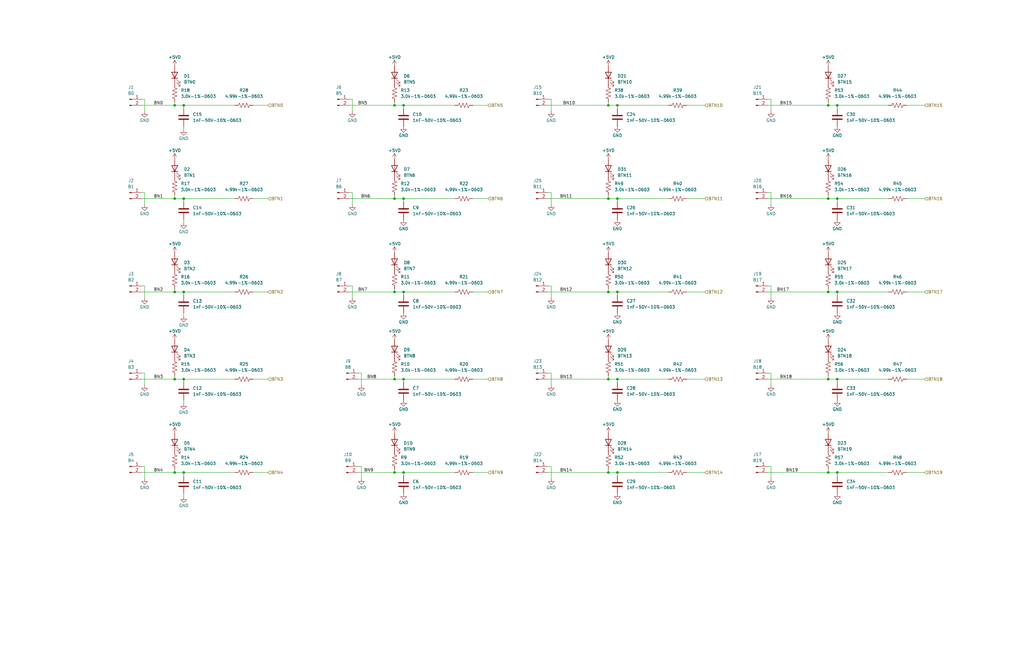
<source format=kicad_sch>
(kicad_sch (version 20231120) (generator "eeschema") (generator_version "8.0")
  (paper "B")
  (title_block (title "Button Board 2") (date "2022-12-11") (rev "1") (company "971 Spartan Robotics"))
  (junction (at 77.47 123.19))
  (junction (at 349.25 44.45))
  (junction (at 166.37 123.19))
  (junction (at 256.54 199.39))
  (junction (at 77.47 83.82))
  (junction (at 166.37 44.45))
  (junction (at 77.47 44.45))
  (junction (at 73.66 44.45))
  (junction (at 73.66 160.02))
  (junction (at 170.18 44.45))
  (junction (at 166.37 199.39))
  (junction (at 77.47 199.39))
  (junction (at 349.25 199.39))
  (junction (at 73.66 199.39))
  (junction (at 170.18 199.39))
  (junction (at 353.06 83.82))
  (junction (at 77.47 160.02))
  (junction (at 353.06 199.39))
  (junction (at 260.35 160.02))
  (junction (at 349.25 123.19))
  (junction (at 260.35 199.39))
  (junction (at 166.37 160.02))
  (junction (at 349.25 83.82))
  (junction (at 73.66 123.19))
  (junction (at 73.66 83.82))
  (junction (at 256.54 83.82))
  (junction (at 170.18 123.19))
  (junction (at 256.54 44.45))
  (junction (at 170.18 83.82))
  (junction (at 260.35 44.45))
  (junction (at 256.54 123.19))
  (junction (at 353.06 44.45))
  (junction (at 353.06 160.02))
  (junction (at 256.54 160.02))
  (junction (at 353.06 123.19))
  (junction (at 349.25 160.02))
  (junction (at 260.35 123.19))
  (junction (at 170.18 160.02))
  (junction (at 166.37 83.82))
  (junction (at 260.35 83.82))
  (wire (pts (xy 389.89 199.39) (xy 382.27 199.39)))
  (wire (pts (xy 77.47 93.98) (xy 77.47 92.71)))
  (wire (pts (xy 73.66 199.39) (xy 77.47 199.39)))
  (wire (pts (xy 260.35 44.45) (xy 281.94 44.45)))
  (wire (pts (xy 349.25 158.75) (xy 349.25 160.02)))
  (wire (pts (xy 77.47 83.82) (xy 99.06 83.82)))
  (wire (pts (xy 170.18 160.02) (xy 191.77 160.02)))
  (wire (pts (xy 77.47 123.19) (xy 77.47 124.46)))
  (wire (pts (xy 260.35 123.19) (xy 260.35 124.46)))
  (wire (pts (xy 325.12 125.73) (xy 325.12 120.65)))
  (wire (pts (xy 152.4 162.56) (xy 152.4 157.48)))
  (wire (pts (xy 232.41 125.73) (xy 232.41 120.65)))
  (wire (pts (xy 152.4 201.93) (xy 152.4 196.85)))
  (wire (pts (xy 323.85 83.82) (xy 349.25 83.82)))
  (wire (pts (xy 151.13 199.39) (xy 166.37 199.39)))
  (wire (pts (xy 73.66 43.18) (xy 73.66 44.45)))
  (wire (pts (xy 166.37 82.55) (xy 166.37 83.82)))
  (wire (pts (xy 353.06 123.19) (xy 374.65 123.19)))
  (wire (pts (xy 256.54 83.82) (xy 260.35 83.82)))
  (wire (pts (xy 60.96 86.36) (xy 60.96 81.28)))
  (wire (pts (xy 325.12 120.65) (xy 323.85 120.65)))
  (wire (pts (xy 260.35 83.82) (xy 260.35 85.09)))
  (wire (pts (xy 205.74 83.82) (xy 199.39 83.82)))
  (wire (pts (xy 77.47 160.02) (xy 77.47 161.29)))
  (wire (pts (xy 353.06 199.39) (xy 353.06 200.66)))
  (wire (pts (xy 77.47 168.91) (xy 77.47 170.18)))
  (wire (pts (xy 166.37 158.75) (xy 166.37 160.02)))
  (wire (pts (xy 166.37 121.92) (xy 166.37 123.19)))
  (wire (pts (xy 260.35 44.45) (xy 260.35 45.72)))
  (wire (pts (xy 166.37 199.39) (xy 170.18 199.39)))
  (wire (pts (xy 323.85 199.39) (xy 349.25 199.39)))
  (wire (pts (xy 152.4 196.85) (xy 151.13 196.85)))
  (wire (pts (xy 60.96 196.85) (xy 59.69 196.85)))
  (wire (pts (xy 166.37 83.82) (xy 170.18 83.82)))
  (wire (pts (xy 323.85 44.45) (xy 349.25 44.45)))
  (wire (pts (xy 170.18 199.39) (xy 170.18 200.66)))
  (wire (pts (xy 231.14 83.82) (xy 256.54 83.82)))
  (wire (pts (xy 147.32 83.82) (xy 166.37 83.82)))
  (wire (pts (xy 325.12 46.99) (xy 325.12 41.91)))
  (wire (pts (xy 73.66 198.12) (xy 73.66 199.39)))
  (wire (pts (xy 113.03 83.82) (xy 106.68 83.82)))
  (wire (pts (xy 147.32 123.19) (xy 166.37 123.19)))
  (wire (pts (xy 349.25 123.19) (xy 353.06 123.19)))
  (wire (pts (xy 170.18 44.45) (xy 191.77 44.45)))
  (wire (pts (xy 325.12 86.36) (xy 325.12 81.28)))
  (wire (pts (xy 231.14 199.39) (xy 256.54 199.39)))
  (wire (pts (xy 166.37 123.19) (xy 170.18 123.19)))
  (wire (pts (xy 232.41 201.93) (xy 232.41 196.85)))
  (wire (pts (xy 389.89 160.02) (xy 382.27 160.02)))
  (wire (pts (xy 77.47 53.34) (xy 77.47 54.61)))
  (wire (pts (xy 232.41 41.91) (xy 231.14 41.91)))
  (wire (pts (xy 59.69 83.82) (xy 73.66 83.82)))
  (wire (pts (xy 232.41 162.56) (xy 232.41 157.48)))
  (wire (pts (xy 353.06 44.45) (xy 353.06 45.72)))
  (wire (pts (xy 389.89 123.19) (xy 382.27 123.19)))
  (wire (pts (xy 166.37 198.12) (xy 166.37 199.39)))
  (wire (pts (xy 77.47 199.39) (xy 77.47 200.66)))
  (wire (pts (xy 353.06 123.19) (xy 353.06 124.46)))
  (wire (pts (xy 113.03 123.19) (xy 106.68 123.19)))
  (wire (pts (xy 60.96 120.65) (xy 59.69 120.65)))
  (wire (pts (xy 205.74 44.45) (xy 199.39 44.45)))
  (wire (pts (xy 256.54 44.45) (xy 260.35 44.45)))
  (wire (pts (xy 256.54 198.12) (xy 256.54 199.39)))
  (wire (pts (xy 389.89 83.82) (xy 382.27 83.82)))
  (wire (pts (xy 297.18 160.02) (xy 289.56 160.02)))
  (wire (pts (xy 353.06 83.82) (xy 353.06 85.09)))
  (wire (pts (xy 260.35 199.39) (xy 281.94 199.39)))
  (wire (pts (xy 256.54 82.55) (xy 256.54 83.82)))
  (wire (pts (xy 73.66 121.92) (xy 73.66 123.19)))
  (wire (pts (xy 60.96 81.28) (xy 59.69 81.28)))
  (wire (pts (xy 170.18 123.19) (xy 170.18 124.46)))
  (wire (pts (xy 147.32 44.45) (xy 166.37 44.45)))
  (wire (pts (xy 232.41 46.99) (xy 232.41 41.91)))
  (wire (pts (xy 77.47 132.08) (xy 77.47 133.35)))
  (wire (pts (xy 232.41 120.65) (xy 231.14 120.65)))
  (wire (pts (xy 297.18 199.39) (xy 289.56 199.39)))
  (wire (pts (xy 231.14 44.45) (xy 256.54 44.45)))
  (wire (pts (xy 77.47 44.45) (xy 77.47 45.72)))
  (wire (pts (xy 260.35 123.19) (xy 281.94 123.19)))
  (wire (pts (xy 231.14 123.19) (xy 256.54 123.19)))
  (wire (pts (xy 297.18 123.19) (xy 289.56 123.19)))
  (wire (pts (xy 349.25 82.55) (xy 349.25 83.82)))
  (wire (pts (xy 205.74 160.02) (xy 199.39 160.02)))
  (wire (pts (xy 349.25 198.12) (xy 349.25 199.39)))
  (wire (pts (xy 148.59 46.99) (xy 148.59 41.91)))
  (wire (pts (xy 166.37 43.18) (xy 166.37 44.45)))
  (wire (pts (xy 170.18 83.82) (xy 170.18 85.09)))
  (wire (pts (xy 170.18 160.02) (xy 170.18 161.29)))
  (wire (pts (xy 113.03 44.45) (xy 106.68 44.45)))
  (wire (pts (xy 353.06 83.82) (xy 374.65 83.82)))
  (wire (pts (xy 260.35 199.39) (xy 260.35 200.66)))
  (wire (pts (xy 353.06 160.02) (xy 374.65 160.02)))
  (wire (pts (xy 170.18 44.45) (xy 170.18 45.72)))
  (wire (pts (xy 389.89 44.45) (xy 382.27 44.45)))
  (wire (pts (xy 73.66 82.55) (xy 73.66 83.82)))
  (wire (pts (xy 325.12 162.56) (xy 325.12 157.48)))
  (wire (pts (xy 231.14 160.02) (xy 256.54 160.02)))
  (wire (pts (xy 353.06 160.02) (xy 353.06 161.29)))
  (wire (pts (xy 148.59 81.28) (xy 147.32 81.28)))
  (wire (pts (xy 59.69 123.19) (xy 73.66 123.19)))
  (wire (pts (xy 297.18 83.82) (xy 289.56 83.82)))
  (wire (pts (xy 60.96 125.73) (xy 60.96 120.65)))
  (wire (pts (xy 260.35 160.02) (xy 260.35 161.29)))
  (wire (pts (xy 232.41 81.28) (xy 231.14 81.28)))
  (wire (pts (xy 113.03 199.39) (xy 106.68 199.39)))
  (wire (pts (xy 349.25 43.18) (xy 349.25 44.45)))
  (wire (pts (xy 60.96 157.48) (xy 59.69 157.48)))
  (wire (pts (xy 148.59 41.91) (xy 147.32 41.91)))
  (wire (pts (xy 256.54 123.19) (xy 260.35 123.19)))
  (wire (pts (xy 77.47 44.45) (xy 99.06 44.45)))
  (wire (pts (xy 349.25 121.92) (xy 349.25 123.19)))
  (wire (pts (xy 260.35 83.82) (xy 281.94 83.82)))
  (wire (pts (xy 325.12 201.93) (xy 325.12 196.85)))
  (wire (pts (xy 73.66 44.45) (xy 77.47 44.45)))
  (wire (pts (xy 170.18 83.82) (xy 191.77 83.82)))
  (wire (pts (xy 256.54 121.92) (xy 256.54 123.19)))
  (wire (pts (xy 59.69 44.45) (xy 73.66 44.45)))
  (wire (pts (xy 260.35 160.02) (xy 281.94 160.02)))
  (wire (pts (xy 170.18 123.19) (xy 191.77 123.19)))
  (wire (pts (xy 77.47 160.02) (xy 99.06 160.02)))
  (wire (pts (xy 152.4 157.48) (xy 151.13 157.48)))
  (wire (pts (xy 256.54 160.02) (xy 260.35 160.02)))
  (wire (pts (xy 325.12 41.91) (xy 323.85 41.91)))
  (wire (pts (xy 205.74 123.19) (xy 199.39 123.19)))
  (wire (pts (xy 297.18 44.45) (xy 289.56 44.45)))
  (wire (pts (xy 113.03 160.02) (xy 106.68 160.02)))
  (wire (pts (xy 77.47 83.82) (xy 77.47 85.09)))
  (wire (pts (xy 77.47 123.19) (xy 99.06 123.19)))
  (wire (pts (xy 60.96 201.93) (xy 60.96 196.85)))
  (wire (pts (xy 323.85 123.19) (xy 349.25 123.19)))
  (wire (pts (xy 166.37 160.02) (xy 170.18 160.02)))
  (wire (pts (xy 325.12 81.28) (xy 323.85 81.28)))
  (wire (pts (xy 148.59 125.73) (xy 148.59 120.65)))
  (wire (pts (xy 323.85 160.02) (xy 349.25 160.02)))
  (wire (pts (xy 349.25 44.45) (xy 353.06 44.45)))
  (wire (pts (xy 148.59 120.65) (xy 147.32 120.65)))
  (wire (pts (xy 232.41 86.36) (xy 232.41 81.28)))
  (wire (pts (xy 148.59 86.36) (xy 148.59 81.28)))
  (wire (pts (xy 60.96 162.56) (xy 60.96 157.48)))
  (wire (pts (xy 256.54 158.75) (xy 256.54 160.02)))
  (wire (pts (xy 77.47 208.28) (xy 77.47 209.55)))
  (wire (pts (xy 73.66 123.19) (xy 77.47 123.19)))
  (wire (pts (xy 256.54 199.39) (xy 260.35 199.39)))
  (wire (pts (xy 77.47 199.39) (xy 99.06 199.39)))
  (wire (pts (xy 256.54 43.18) (xy 256.54 44.45)))
  (wire (pts (xy 349.25 199.39) (xy 353.06 199.39)))
  (wire (pts (xy 325.12 196.85) (xy 323.85 196.85)))
  (wire (pts (xy 73.66 158.75) (xy 73.66 160.02)))
  (wire (pts (xy 60.96 46.99) (xy 60.96 41.91)))
  (wire (pts (xy 73.66 160.02) (xy 77.47 160.02)))
  (wire (pts (xy 353.06 44.45) (xy 374.65 44.45)))
  (wire (pts (xy 325.12 157.48) (xy 323.85 157.48)))
  (wire (pts (xy 232.41 157.48) (xy 231.14 157.48)))
  (wire (pts (xy 349.25 83.82) (xy 353.06 83.82)))
  (wire (pts (xy 349.25 160.02) (xy 353.06 160.02)))
  (wire (pts (xy 60.96 41.91) (xy 59.69 41.91)))
  (wire (pts (xy 166.37 44.45) (xy 170.18 44.45)))
  (wire (pts (xy 59.69 199.39) (xy 73.66 199.39)))
  (wire (pts (xy 232.41 196.85) (xy 231.14 196.85)))
  (wire (pts (xy 73.66 83.82) (xy 77.47 83.82)))
  (wire (pts (xy 353.06 199.39) (xy 374.65 199.39)))
  (wire (pts (xy 205.74 199.39) (xy 199.39 199.39)))
  (wire (pts (xy 170.18 199.39) (xy 191.77 199.39)))
  (wire (pts (xy 151.13 160.02) (xy 166.37 160.02)))
  (wire (pts (xy 73.66 160.02) (xy 59.69 160.02)))
  (label "BN2" (at 64.77 123.19 0))
  (label "BN0" (at 64.77 44.45 0))
  (label "BN18" (at 334.01 160.02 180))
  (label "BN19" (at 336.55 199.39 180))
  (label "BN11" (at 241.3 83.82 180))
  (label "BN8" (at 158.75 160.02 180))
  (label "BN13" (at 241.3 160.02 180))
  (label "BN16" (at 334.01 83.82 180))
  (label "BN17" (at 332.74 123.19 180))
  (label "BN15" (at 334.01 44.45 180))
  (label "BN12" (at 241.3 123.19 180))
  (label "BN7" (at 154.94 123.19 180))
  (label "BN6" (at 156.21 83.82 180))
  (label "BN9" (at 157.48 199.39 180))
  (label "BN4" (at 64.77 199.39 0))
  (label "BN5" (at 154.94 44.45 180))
  (label "BN10" (at 242.57 44.45 180))
  (label "BN14" (at 241.3 199.39 180))
  (label "BN1" (at 64.77 83.82 0))
  (label "BN3" (at 64.77 160.02 0))
  (hierarchical_label "BTN19" (shape input) (at 389.89 199.39 0))
  (hierarchical_label "BTN3" (shape input) (at 113.03 160.02 0))
  (hierarchical_label "BTN11" (shape input) (at 297.18 83.82 0))
  (hierarchical_label "BTN17" (shape input) (at 389.89 123.19 0))
  (hierarchical_label "BTN8" (shape input) (at 205.74 160.02 0))
  (hierarchical_label "BTN0" (shape input) (at 113.03 44.45 0))
  (hierarchical_label "BTN12" (shape input) (at 297.18 123.19 0))
  (hierarchical_label "BTN14" (shape input) (at 297.18 199.39 0))
  (hierarchical_label "BTN1" (shape input) (at 113.03 83.82 0))
  (hierarchical_label "BTN15" (shape input) (at 389.89 44.45 0))
  (hierarchical_label "BTN4" (shape input) (at 113.03 199.39 0))
  (hierarchical_label "BTN16" (shape input) (at 389.89 83.82 0))
  (hierarchical_label "BTN13" (shape input) (at 297.18 160.02 0))
  (hierarchical_label "BTN5" (shape input) (at 205.74 44.45 0))
  (hierarchical_label "BTN2" (shape input) (at 113.03 123.19 0))
  (hierarchical_label "BTN10" (shape input) (at 297.18 44.45 0))
  (hierarchical_label "BTN18" (shape input) (at 389.89 160.02 0))
  (hierarchical_label "BTN6" (shape input) (at 205.74 83.82 0))
  (hierarchical_label "BTN7" (shape input) (at 205.74 123.19 0))
  (hierarchical_label "BTN9" (shape input) (at 205.74 199.39 0))
  (symbol (lib_id "power:GND") (at 325.12 125.73 0) (unit 1)
    (property "Reference" "#PWR0148" (effects (hide yes)))
    (property "Value" "GND" (at 325.12 129.54 0))
  )
  (symbol (lib_id "power:GND") (at 353.06 132.08 0) (unit 1)
    (property "Reference" "#PWR0129" (effects (hide yes)))
    (property "Value" "GND" (at 353.06 135.89 0))
  )
  (symbol (lib_id "Device:R_US") (at 285.75 83.82 90) (unit 1)
    (property "Reference" "R40" (at 285.75 77.47 90))
    (property "Value" "4.99k-1%-0603" (at 285.75 80.01 90))
    (property "Footprint" "Resistor_SMD:R_0603_1608Metric" (effects (hide yes)))
    (property "MFG" "Stackpole Electronics Inc" (effects (hide yes)))
    (property "MFG P/N" "RMCF0603FT4K99" (effects (hide yes)))
    (property "DIST" "Digikey" (effects (hide yes)))
    (property "DIST P/N" "RMCF0603FT4K99CT-ND" (effects (hide yes)))
  )
  (symbol (lib_id "Device:R_US") (at 349.25 118.11 0) (unit 1)
    (property "Reference" "R55" (at 351.79 116.8399 0) (effects (justify left)))
    (property "Value" "3.0k-1%-0603" (at 351.79 119.3799 0) (effects (justify left)))
    (property "Footprint" "Resistor_SMD:R_0603_1608Metric" (effects (hide yes)))
    (property "MFG" "YAGEO" (effects (hide yes)))
    (property "MFG P/N" "RC0603FR-073KL" (effects (hide yes)))
    (property "DIST" "Digikey" (effects (hide yes)))
    (property "DIST P/N" "311-3.00KHRCT-ND" (effects (hide yes)))
  )
  (symbol (lib_id "power:+5VD") (at 73.66 27.94 0) (unit 1)
    (property "Reference" "#PWR066" (effects (hide yes)))
    (property "Value" "+5VD" (at 73.66 24.13 0))
  )
  (symbol (lib_id "Connector:Conn_01x02_Male") (at 318.77 81.28 0) (unit 1)
    (property "Reference" "J20" (at 319.405 76.2 0))
    (property "Value" "B16" (at 319.405 78.74 0))
    (property "Footprint" "ButtonBd2:70543-0001" (effects (hide yes)))
    (property "Datasheet" "Components/Molex-705430001_sd.pdf" (effects (hide yes)))
    (property "MFG" "Molex" (effects (hide yes)))
    (property "MFG P/N" "0705430001" (effects (hide yes)))
    (property "DIST" "Digikey" (effects (hide yes)))
    (property "DIST P/N" "WM4800-ND" (effects (hide yes)))
  )
  (symbol (lib_id "Device:R_US") (at 73.66 194.31 0) (unit 1)
    (property "Reference" "R14" (at 76.2 193.0399 0) (effects (justify left)))
    (property "Value" "3.0k-1%-0603" (at 76.2 195.5799 0) (effects (justify left)))
    (property "Footprint" "Resistor_SMD:R_0603_1608Metric" (effects (hide yes)))
    (property "MFG" "YAGEO" (effects (hide yes)))
    (property "MFG P/N" "RC0603FR-073KL" (effects (hide yes)))
    (property "DIST" "Digikey" (effects (hide yes)))
    (property "DIST P/N" "311-3.00KHRCT-ND" (effects (hide yes)))
  )
  (symbol (lib_id "Device:R_US") (at 102.87 123.19 90) (unit 1)
    (property "Reference" "R26" (at 102.87 116.84 90))
    (property "Value" "4.99k-1%-0603" (at 102.87 119.38 90))
    (property "Footprint" "Resistor_SMD:R_0603_1608Metric" (effects (hide yes)))
    (property "MFG" "Stackpole Electronics Inc" (effects (hide yes)))
    (property "MFG P/N" "RMCF0603FT4K99" (effects (hide yes)))
    (property "DIST" "Digikey" (effects (hide yes)))
    (property "DIST P/N" "RMCF0603FT4K99CT-ND" (effects (hide yes)))
  )
  (symbol (lib_id "Device:R_US") (at 378.46 44.45 90) (unit 1)
    (property "Reference" "R44" (at 378.46 38.1 90))
    (property "Value" "4.99k-1%-0603" (at 378.46 40.64 90))
    (property "Footprint" "Resistor_SMD:R_0603_1608Metric" (effects (hide yes)))
    (property "MFG" "Stackpole Electronics Inc" (effects (hide yes)))
    (property "MFG P/N" "RMCF0603FT4K99" (effects (hide yes)))
    (property "DIST" "Digikey" (effects (hide yes)))
    (property "DIST P/N" "RMCF0603FT4K99CT-ND" (effects (hide yes)))
  )
  (symbol (lib_id "Connector:Conn_01x02_Male") (at 54.61 81.28 0) (unit 1)
    (property "Reference" "J2" (at 55.245 76.2 0))
    (property "Value" "B1" (at 55.245 78.74 0))
    (property "Footprint" "ButtonBd2:70543-0001" (effects (hide yes)))
    (property "Datasheet" "Components/Molex-705430001_sd.pdf" (effects (hide yes)))
    (property "MFG" "Molex" (effects (hide yes)))
    (property "MFG P/N" "0705430001" (effects (hide yes)))
    (property "DIST" "Digikey" (effects (hide yes)))
    (property "DIST P/N" "WM4800-ND" (effects (hide yes)))
  )
  (symbol (lib_id "Device:C") (at 77.47 165.1 0) (unit 1)
    (property "Reference" "C12" (at 81.28 163.8299 0) (effects (justify left)))
    (property "Value" "1nF-50V-10%-0603" (at 81.28 166.3699 0) (effects (justify left)))
    (property "Footprint" "Capacitor_SMD:C_0603_1608Metric" (effects (hide yes)))
    (property "MFG" "Samsung Electro-Mechanics" (effects (hide yes)))
    (property "MFG P/N" "CL10B102KB8NNNC" (effects (hide yes)))
    (property "DIST" "Digikey" (effects (hide yes)))
    (property "DIST P/N" "1276-1018-1-ND" (effects (hide yes)))
  )
  (symbol (lib_id "Connector:Conn_01x02_Male") (at 318.77 41.91 0) (unit 1)
    (property "Reference" "J21" (at 319.405 36.83 0))
    (property "Value" "B15" (at 319.405 39.37 0))
    (property "Footprint" "ButtonBd2:70543-0001" (effects (hide yes)))
    (property "Datasheet" "Components/Molex-705430001_sd.pdf" (effects (hide yes)))
    (property "MFG" "Molex" (effects (hide yes)))
    (property "MFG P/N" "0705430001" (effects (hide yes)))
    (property "DIST" "Digikey" (effects (hide yes)))
    (property "DIST P/N" "WM4800-ND" (effects (hide yes)))
  )
  (symbol (lib_id "Connector:Conn_01x02_Male") (at 226.06 81.28 0) (unit 1)
    (property "Reference" "J25" (at 226.695 76.2 0))
    (property "Value" "B11" (at 226.695 78.74 0))
    (property "Footprint" "ButtonBd2:70543-0001" (effects (hide yes)))
    (property "Datasheet" "Components/Molex-705430001_sd.pdf" (effects (hide yes)))
    (property "MFG" "Molex" (effects (hide yes)))
    (property "MFG P/N" "0705430001" (effects (hide yes)))
    (property "DIST" "Digikey" (effects (hide yes)))
    (property "DIST P/N" "WM4800-ND" (effects (hide yes)))
  )
  (symbol (lib_id "power:+5VD") (at 166.37 27.94 0) (unit 1)
    (property "Reference" "#PWR076" (effects (hide yes)))
    (property "Value" "+5VD" (at 166.37 24.13 0))
  )
  (symbol (lib_id "power:GND") (at 325.12 201.93 0) (unit 1)
    (property "Reference" "#PWR0146" (effects (hide yes)))
    (property "Value" "GND" (at 325.12 205.74 0))
  )
  (symbol (lib_id "Device:R_US") (at 195.58 44.45 90) (unit 1)
    (property "Reference" "R23" (at 195.58 38.1 90))
    (property "Value" "4.99k-1%-0603" (at 195.58 40.64 90))
    (property "Footprint" "Resistor_SMD:R_0603_1608Metric" (effects (hide yes)))
    (property "MFG" "Stackpole Electronics Inc" (effects (hide yes)))
    (property "MFG P/N" "RMCF0603FT4K99" (effects (hide yes)))
    (property "DIST" "Digikey" (effects (hide yes)))
    (property "DIST P/N" "RMCF0603FT4K99CT-ND" (effects (hide yes)))
  )
  (symbol (lib_id "power:GND") (at 353.06 208.28 0) (unit 1)
    (property "Reference" "#PWR0136" (effects (hide yes)))
    (property "Value" "GND" (at 353.06 212.09 0))
  )
  (symbol (lib_id "Device:C") (at 260.35 165.1 0) (unit 1)
    (property "Reference" "C28" (at 264.16 163.8299 0) (effects (justify left)))
    (property "Value" "1nF-50V-10%-0603" (at 264.16 166.3699 0) (effects (justify left)))
    (property "Footprint" "Capacitor_SMD:C_0603_1608Metric" (effects (hide yes)))
    (property "MFG" "Samsung Electro-Mechanics" (effects (hide yes)))
    (property "MFG P/N" "CL10B102KB8NNNC" (effects (hide yes)))
    (property "DIST" "Digikey" (effects (hide yes)))
    (property "DIST P/N" "1276-1018-1-ND" (effects (hide yes)))
  )
  (symbol (lib_id "Device:LED") (at 256.54 186.69 90) (unit 1)
    (property "Reference" "D28" (at 260.35 187.0074 90) (effects (justify right)))
    (property "Value" "BTN14" (at 260.35 189.5474 90) (effects (justify right)))
    (property "Footprint" "LED_SMD:LED_0603_1608Metric" (effects (hide yes)))
    (property "Datasheet" "https://www.we-online.com/katalog/datasheet/150060YS75000.pdf" (effects (hide yes)))
    (property "MFG" "Wurth Electronik" (effects (hide yes)))
    (property "MFG P/N" "150060YS75000" (effects (hide yes)))
    (property "DIST" "Digikey" (effects (hide yes)))
    (property "DIST P/N" "732-4981-1-ND" (effects (hide yes)))
  )
  (symbol (lib_id "power:+5VD") (at 73.66 106.68 0) (unit 1)
    (property "Reference" "#PWR068" (effects (hide yes)))
    (property "Value" "+5VD" (at 73.66 102.87 0))
  )
  (symbol (lib_id "Device:R_US") (at 378.46 199.39 90) (unit 1)
    (property "Reference" "R48" (at 378.46 193.04 90))
    (property "Value" "4.99k-1%-0603" (at 378.46 195.58 90))
    (property "Footprint" "Resistor_SMD:R_0603_1608Metric" (effects (hide yes)))
    (property "MFG" "Stackpole Electronics Inc" (effects (hide yes)))
    (property "MFG P/N" "RMCF0603FT4K99" (effects (hide yes)))
    (property "DIST" "Digikey" (effects (hide yes)))
    (property "DIST P/N" "RMCF0603FT4K99CT-ND" (effects (hide yes)))
  )
  (symbol (lib_id "Device:LED") (at 73.66 110.49 90) (unit 1)
    (property "Reference" "D3" (at 77.47 110.8074 90) (effects (justify right)))
    (property "Value" "BTN2" (at 77.47 113.3474 90) (effects (justify right)))
    (property "Footprint" "LED_SMD:LED_0603_1608Metric" (effects (hide yes)))
    (property "Datasheet" "https://www.we-online.com/katalog/datasheet/150060YS75000.pdf" (effects (hide yes)))
    (property "MFG" "Wurth Electronik" (effects (hide yes)))
    (property "MFG P/N" "150060YS75000" (effects (hide yes)))
    (property "DIST" "Digikey" (effects (hide yes)))
    (property "DIST P/N" "732-4981-1-ND" (effects (hide yes)))
  )
  (symbol (lib_id "power:GND") (at 353.06 92.71 0) (unit 1)
    (property "Reference" "#PWR0126" (effects (hide yes)))
    (property "Value" "GND" (at 353.06 96.52 0))
  )
  (symbol (lib_id "power:GND") (at 148.59 86.36 0) (unit 1)
    (property "Reference" "#PWR0104" (effects (hide yes)))
    (property "Value" "GND" (at 148.59 90.17 0))
  )
  (symbol (lib_id "Device:LED") (at 349.25 31.75 90) (unit 1)
    (property "Reference" "D27" (at 353.06 32.0674 90) (effects (justify right)))
    (property "Value" "BTN15" (at 353.06 34.6074 90) (effects (justify right)))
    (property "Footprint" "LED_SMD:LED_0603_1608Metric" (effects (hide yes)))
    (property "Datasheet" "https://www.we-online.com/katalog/datasheet/150060YS75000.pdf" (effects (hide yes)))
    (property "MFG" "Wurth Electronik" (effects (hide yes)))
    (property "MFG P/N" "150060YS75000" (effects (hide yes)))
    (property "DIST" "Digikey" (effects (hide yes)))
    (property "DIST P/N" "732-4981-1-ND" (effects (hide yes)))
  )
  (symbol (lib_id "Device:C") (at 170.18 165.1 0) (unit 1)
    (property "Reference" "C7" (at 173.99 163.8299 0) (effects (justify left)))
    (property "Value" "1nF-50V-10%-0603" (at 173.99 166.3699 0) (effects (justify left)))
    (property "Footprint" "Capacitor_SMD:C_0603_1608Metric" (effects (hide yes)))
    (property "MFG" "Samsung Electro-Mechanics" (effects (hide yes)))
    (property "MFG P/N" "CL10B102KB8NNNC" (effects (hide yes)))
    (property "DIST" "Digikey" (effects (hide yes)))
    (property "DIST P/N" "1276-1018-1-ND" (effects (hide yes)))
  )
  (symbol (lib_id "Device:R_US") (at 256.54 118.11 0) (unit 1)
    (property "Reference" "R50" (at 259.08 116.8399 0) (effects (justify left)))
    (property "Value" "3.0k-1%-0603" (at 259.08 119.3799 0) (effects (justify left)))
    (property "Footprint" "Resistor_SMD:R_0603_1608Metric" (effects (hide yes)))
    (property "MFG" "YAGEO" (effects (hide yes)))
    (property "MFG P/N" "RC0603FR-073KL" (effects (hide yes)))
    (property "DIST" "Digikey" (effects (hide yes)))
    (property "DIST P/N" "311-3.00KHRCT-ND" (effects (hide yes)))
  )
  (symbol (lib_id "power:GND") (at 170.18 92.71 0) (unit 1)
    (property "Reference" "#PWR071" (effects (hide yes)))
    (property "Value" "GND" (at 170.18 96.52 0))
  )
  (symbol (lib_id "power:GND") (at 170.18 208.28 0) (unit 1)
    (property "Reference" "#PWR0139" (effects (hide yes)))
    (property "Value" "GND" (at 170.18 212.09 0))
  )
  (symbol (lib_id "power:GND") (at 260.35 92.71 0) (unit 1)
    (property "Reference" "#PWR0131" (effects (hide yes)))
    (property "Value" "GND" (at 260.35 96.52 0))
  )
  (symbol (lib_id "Device:LED") (at 349.25 147.32 90) (unit 1)
    (property "Reference" "D24" (at 353.06 147.6374 90) (effects (justify right)))
    (property "Value" "BTN18" (at 353.06 150.1774 90) (effects (justify right)))
    (property "Footprint" "LED_SMD:LED_0603_1608Metric" (effects (hide yes)))
    (property "Datasheet" "https://www.we-online.com/katalog/datasheet/150060YS75000.pdf" (effects (hide yes)))
    (property "MFG" "Wurth Electronik" (effects (hide yes)))
    (property "MFG P/N" "150060YS75000" (effects (hide yes)))
    (property "DIST" "Digikey" (effects (hide yes)))
    (property "DIST P/N" "732-4981-1-ND" (effects (hide yes)))
  )
  (symbol (lib_id "power:GND") (at 353.06 53.34 0) (unit 1)
    (property "Reference" "#PWR0127" (effects (hide yes)))
    (property "Value" "GND" (at 353.06 57.15 0))
  )
  (symbol (lib_id "power:GND") (at 260.35 208.28 0) (unit 1)
    (property "Reference" "#PWR0133" (effects (hide yes)))
    (property "Value" "GND" (at 260.35 212.09 0))
  )
  (symbol (lib_id "Device:R_US") (at 195.58 83.82 90) (unit 1)
    (property "Reference" "R22" (at 195.58 77.47 90))
    (property "Value" "4.99k-1%-0603" (at 195.58 80.01 90))
    (property "Footprint" "Resistor_SMD:R_0603_1608Metric" (effects (hide yes)))
    (property "MFG" "Stackpole Electronics Inc" (effects (hide yes)))
    (property "MFG P/N" "RMCF0603FT4K99" (effects (hide yes)))
    (property "DIST" "Digikey" (effects (hide yes)))
    (property "DIST P/N" "RMCF0603FT4K99CT-ND" (effects (hide yes)))
  )
  (symbol (lib_id "power:GND") (at 60.96 86.36 0) (unit 1)
    (property "Reference" "#PWR0105" (effects (hide yes)))
    (property "Value" "GND" (at 60.96 90.17 0))
  )
  (symbol (lib_id "Device:C") (at 260.35 128.27 0) (unit 1)
    (property "Reference" "C27" (at 264.16 126.9999 0) (effects (justify left)))
    (property "Value" "1nF-50V-10%-0603" (at 264.16 129.5399 0) (effects (justify left)))
    (property "Footprint" "Capacitor_SMD:C_0603_1608Metric" (effects (hide yes)))
    (property "MFG" "Samsung Electro-Mechanics" (effects (hide yes)))
    (property "MFG P/N" "CL10B102KB8NNNC" (effects (hide yes)))
    (property "DIST" "Digikey" (effects (hide yes)))
    (property "DIST P/N" "1276-1018-1-ND" (effects (hide yes)))
  )
  (symbol (lib_id "Device:LED") (at 73.66 31.75 90) (unit 1)
    (property "Reference" "D1" (at 77.47 32.0674 90) (effects (justify right)))
    (property "Value" "BTN0" (at 77.47 34.6074 90) (effects (justify right)))
    (property "Footprint" "LED_SMD:LED_0603_1608Metric" (effects (hide yes)))
    (property "Datasheet" "https://www.we-online.com/katalog/datasheet/150060YS75000.pdf" (effects (hide yes)))
    (property "MFG" "Wurth Electronik" (effects (hide yes)))
    (property "MFG P/N" "150060YS75000" (effects (hide yes)))
    (property "DIST" "Digikey" (effects (hide yes)))
    (property "DIST P/N" "732-4981-1-ND" (effects (hide yes)))
  )
  (symbol (lib_id "Device:C") (at 353.06 88.9 0) (unit 1)
    (property "Reference" "C31" (at 356.87 87.6299 0) (effects (justify left)))
    (property "Value" "1nF-50V-10%-0603" (at 356.87 90.1699 0) (effects (justify left)))
    (property "Footprint" "Capacitor_SMD:C_0603_1608Metric" (effects (hide yes)))
    (property "MFG" "Samsung Electro-Mechanics" (effects (hide yes)))
    (property "MFG P/N" "CL10B102KB8NNNC" (effects (hide yes)))
    (property "DIST" "Digikey" (effects (hide yes)))
    (property "DIST P/N" "1276-1018-1-ND" (effects (hide yes)))
  )
  (symbol (lib_id "power:GND") (at 77.47 54.61 0) (unit 1)
    (property "Reference" "#PWR060" (effects (hide yes)))
    (property "Value" "GND" (at 77.47 58.42 0))
  )
  (symbol (lib_id "power:GND") (at 152.4 201.93 0) (unit 1)
    (property "Reference" "#PWR0110" (effects (hide yes)))
    (property "Value" "GND" (at 152.4 205.74 0))
  )
  (symbol (lib_id "Device:LED") (at 349.25 110.49 90) (unit 1)
    (property "Reference" "D25" (at 353.06 110.8074 90) (effects (justify right)))
    (property "Value" "BTN17" (at 353.06 113.3474 90) (effects (justify right)))
    (property "Footprint" "LED_SMD:LED_0603_1608Metric" (effects (hide yes)))
    (property "Datasheet" "https://www.we-online.com/katalog/datasheet/150060YS75000.pdf" (effects (hide yes)))
    (property "MFG" "Wurth Electronik" (effects (hide yes)))
    (property "MFG P/N" "150060YS75000" (effects (hide yes)))
    (property "DIST" "Digikey" (effects (hide yes)))
    (property "DIST P/N" "732-4981-1-ND" (effects (hide yes)))
  )
  (symbol (lib_id "power:+5VD") (at 166.37 182.88 0) (unit 1)
    (property "Reference" "#PWR085" (effects (hide yes)))
    (property "Value" "+5VD" (at 166.37 179.07 0))
  )
  (symbol (lib_id "Device:R_US") (at 349.25 154.94 0) (unit 1)
    (property "Reference" "R56" (at 351.79 153.6699 0) (effects (justify left)))
    (property "Value" "3.0k-1%-0603" (at 351.79 156.2099 0) (effects (justify left)))
    (property "Footprint" "Resistor_SMD:R_0603_1608Metric" (effects (hide yes)))
    (property "MFG" "YAGEO" (effects (hide yes)))
    (property "MFG P/N" "RC0603FR-073KL" (effects (hide yes)))
    (property "DIST" "Digikey" (effects (hide yes)))
    (property "DIST P/N" "311-3.00KHRCT-ND" (effects (hide yes)))
  )
  (symbol (lib_id "power:GND") (at 232.41 46.99 0) (unit 1)
    (property "Reference" "#PWR0143" (effects (hide yes)))
    (property "Value" "GND" (at 232.41 50.8 0))
  )
  (symbol (lib_id "power:GND") (at 232.41 86.36 0) (unit 1)
    (property "Reference" "#PWR0144" (effects (hide yes)))
    (property "Value" "GND" (at 232.41 90.17 0))
  )
  (symbol (lib_id "power:+5VD") (at 256.54 67.31 0) (unit 1)
    (property "Reference" "#PWR087" (effects (hide yes)))
    (property "Value" "+5VD" (at 256.54 63.5 0))
  )
  (symbol (lib_id "Device:R_US") (at 73.66 118.11 0) (unit 1)
    (property "Reference" "R16" (at 76.2 116.8399 0) (effects (justify left)))
    (property "Value" "3.0k-1%-0603" (at 76.2 119.3799 0) (effects (justify left)))
    (property "Footprint" "Resistor_SMD:R_0603_1608Metric" (effects (hide yes)))
    (property "MFG" "YAGEO" (effects (hide yes)))
    (property "MFG P/N" "RC0603FR-073KL" (effects (hide yes)))
    (property "DIST" "Digikey" (effects (hide yes)))
    (property "DIST P/N" "311-3.00KHRCT-ND" (effects (hide yes)))
  )
  (symbol (lib_id "Device:R_US") (at 378.46 83.82 90) (unit 1)
    (property "Reference" "R45" (at 378.46 77.47 90))
    (property "Value" "4.99k-1%-0603" (at 378.46 80.01 90))
    (property "Footprint" "Resistor_SMD:R_0603_1608Metric" (effects (hide yes)))
    (property "MFG" "Stackpole Electronics Inc" (effects (hide yes)))
    (property "MFG P/N" "RMCF0603FT4K99" (effects (hide yes)))
    (property "DIST" "Digikey" (effects (hide yes)))
    (property "DIST P/N" "RMCF0603FT4K99CT-ND" (effects (hide yes)))
  )
  (symbol (lib_id "power:+5VD") (at 349.25 67.31 0) (unit 1)
    (property "Reference" "#PWR097" (effects (hide yes)))
    (property "Value" "+5VD" (at 349.25 63.5 0))
  )
  (symbol (lib_id "Connector:Conn_01x02_Male") (at 146.05 157.48 0) (unit 1)
    (property "Reference" "J9" (at 146.685 152.4 0))
    (property "Value" "B8" (at 146.685 154.94 0))
    (property "Footprint" "ButtonBd2:70543-0001" (effects (hide yes)))
    (property "Datasheet" "Components/Molex-705430001_sd.pdf" (effects (hide yes)))
    (property "MFG" "Molex" (effects (hide yes)))
    (property "MFG P/N" "0705430001" (effects (hide yes)))
    (property "DIST" "Digikey" (effects (hide yes)))
    (property "DIST P/N" "WM4800-ND" (effects (hide yes)))
  )
  (symbol (lib_id "Device:R_US") (at 73.66 78.74 0) (unit 1)
    (property "Reference" "R17" (at 76.2 77.4699 0) (effects (justify left)))
    (property "Value" "3.0k-1%-0603" (at 76.2 80.0099 0) (effects (justify left)))
    (property "Footprint" "Resistor_SMD:R_0603_1608Metric" (effects (hide yes)))
    (property "MFG" "YAGEO" (effects (hide yes)))
    (property "MFG P/N" "RC0603FR-073KL" (effects (hide yes)))
    (property "DIST" "Digikey" (effects (hide yes)))
    (property "DIST P/N" "311-3.00KHRCT-ND" (effects (hide yes)))
  )
  (symbol (lib_id "Device:C") (at 260.35 88.9 0) (unit 1)
    (property "Reference" "C26" (at 264.16 87.6299 0) (effects (justify left)))
    (property "Value" "1nF-50V-10%-0603" (at 264.16 90.1699 0) (effects (justify left)))
    (property "Footprint" "Capacitor_SMD:C_0603_1608Metric" (effects (hide yes)))
    (property "MFG" "Samsung Electro-Mechanics" (effects (hide yes)))
    (property "MFG P/N" "CL10B102KB8NNNC" (effects (hide yes)))
    (property "DIST" "Digikey" (effects (hide yes)))
    (property "DIST P/N" "1276-1018-1-ND" (effects (hide yes)))
  )
  (symbol (lib_id "Device:LED") (at 73.66 147.32 90) (unit 1)
    (property "Reference" "D4" (at 77.47 147.6374 90) (effects (justify right)))
    (property "Value" "BTN3" (at 77.47 150.1774 90) (effects (justify right)))
    (property "Footprint" "LED_SMD:LED_0603_1608Metric" (effects (hide yes)))
    (property "Datasheet" "https://www.we-online.com/katalog/datasheet/150060YS75000.pdf" (effects (hide yes)))
    (property "MFG" "Wurth Electronik" (effects (hide yes)))
    (property "MFG P/N" "150060YS75000" (effects (hide yes)))
    (property "DIST" "Digikey" (effects (hide yes)))
    (property "DIST P/N" "732-4981-1-ND" (effects (hide yes)))
  )
  (symbol (lib_id "power:GND") (at 325.12 162.56 0) (unit 1)
    (property "Reference" "#PWR0147" (effects (hide yes)))
    (property "Value" "GND" (at 325.12 166.37 0))
  )
  (symbol (lib_id "Device:R_US") (at 102.87 199.39 90) (unit 1)
    (property "Reference" "R24" (at 102.87 193.04 90))
    (property "Value" "4.99k-1%-0603" (at 102.87 195.58 90))
    (property "Footprint" "Resistor_SMD:R_0603_1608Metric" (effects (hide yes)))
    (property "MFG" "Stackpole Electronics Inc" (effects (hide yes)))
    (property "MFG P/N" "RMCF0603FT4K99" (effects (hide yes)))
    (property "DIST" "Digikey" (effects (hide yes)))
    (property "DIST P/N" "RMCF0603FT4K99CT-ND" (effects (hide yes)))
  )
  (symbol (lib_id "Connector:Conn_01x02_Male") (at 54.61 157.48 0) (unit 1)
    (property "Reference" "J4" (at 55.245 152.4 0))
    (property "Value" "B3" (at 55.245 154.94 0))
    (property "Footprint" "ButtonBd2:70543-0001" (effects (hide yes)))
    (property "Datasheet" "Components/Molex-705430001_sd.pdf" (effects (hide yes)))
    (property "MFG" "Molex" (effects (hide yes)))
    (property "MFG P/N" "0705430001" (effects (hide yes)))
    (property "DIST" "Digikey" (effects (hide yes)))
    (property "DIST P/N" "WM4800-ND" (effects (hide yes)))
  )
  (symbol (lib_id "power:+5VD") (at 166.37 67.31 0) (unit 1)
    (property "Reference" "#PWR077" (effects (hide yes)))
    (property "Value" "+5VD" (at 166.37 63.5 0))
  )
  (symbol (lib_id "Device:R_US") (at 256.54 78.74 0) (unit 1)
    (property "Reference" "R49" (at 259.08 77.4699 0) (effects (justify left)))
    (property "Value" "3.0k-1%-0603" (at 259.08 80.0099 0) (effects (justify left)))
    (property "Footprint" "Resistor_SMD:R_0603_1608Metric" (effects (hide yes)))
    (property "MFG" "YAGEO" (effects (hide yes)))
    (property "MFG P/N" "RC0603FR-073KL" (effects (hide yes)))
    (property "DIST" "Digikey" (effects (hide yes)))
    (property "DIST P/N" "311-3.00KHRCT-ND" (effects (hide yes)))
  )
  (symbol (lib_id "Device:R_US") (at 73.66 154.94 0) (unit 1)
    (property "Reference" "R15" (at 76.2 153.6699 0) (effects (justify left)))
    (property "Value" "3.0k-1%-0603" (at 76.2 156.2099 0) (effects (justify left)))
    (property "Footprint" "Resistor_SMD:R_0603_1608Metric" (effects (hide yes)))
    (property "MFG" "YAGEO" (effects (hide yes)))
    (property "MFG P/N" "RC0603FR-073KL" (effects (hide yes)))
    (property "DIST" "Digikey" (effects (hide yes)))
    (property "DIST P/N" "311-3.00KHRCT-ND" (effects (hide yes)))
  )
  (symbol (lib_id "Device:LED") (at 166.37 31.75 90) (unit 1)
    (property "Reference" "D6" (at 170.18 32.0674 90) (effects (justify right)))
    (property "Value" "BTN5" (at 170.18 34.6074 90) (effects (justify right)))
    (property "Footprint" "LED_SMD:LED_0603_1608Metric" (effects (hide yes)))
    (property "Datasheet" "https://www.we-online.com/katalog/datasheet/150060YS75000.pdf" (effects (hide yes)))
    (property "MFG" "Wurth Electronik" (effects (hide yes)))
    (property "MFG P/N" "150060YS75000" (effects (hide yes)))
    (property "DIST" "Digikey" (effects (hide yes)))
    (property "DIST P/N" "732-4981-1-ND" (effects (hide yes)))
  )
  (symbol (lib_id "Device:R_US") (at 195.58 199.39 90) (unit 1)
    (property "Reference" "R19" (at 195.58 193.04 90))
    (property "Value" "4.99k-1%-0603" (at 195.58 195.58 90))
    (property "Footprint" "Resistor_SMD:R_0603_1608Metric" (effects (hide yes)))
    (property "MFG" "Stackpole Electronics Inc" (effects (hide yes)))
    (property "MFG P/N" "RMCF0603FT4K99" (effects (hide yes)))
    (property "DIST" "Digikey" (effects (hide yes)))
    (property "DIST P/N" "RMCF0603FT4K99CT-ND" (effects (hide yes)))
  )
  (symbol (lib_id "power:+5VD") (at 73.66 143.51 0) (unit 1)
    (property "Reference" "#PWR069" (effects (hide yes)))
    (property "Value" "+5VD" (at 73.66 139.7 0))
  )
  (symbol (lib_id "power:GND") (at 148.59 46.99 0) (unit 1)
    (property "Reference" "#PWR0101" (effects (hide yes)))
    (property "Value" "GND" (at 148.59 50.8 0))
  )
  (symbol (lib_id "power:GND") (at 77.47 93.98 0) (unit 1)
    (property "Reference" "#PWR061" (effects (hide yes)))
    (property "Value" "GND" (at 77.47 97.79 0))
  )
  (symbol (lib_id "power:GND") (at 77.47 133.35 0) (unit 1)
    (property "Reference" "#PWR062" (effects (hide yes)))
    (property "Value" "GND" (at 77.47 137.16 0))
  )
  (symbol (lib_id "Device:C") (at 170.18 88.9 0) (unit 1)
    (property "Reference" "C9" (at 173.99 87.6299 0) (effects (justify left)))
    (property "Value" "1nF-50V-10%-0603" (at 173.99 90.1699 0) (effects (justify left)))
    (property "Footprint" "Capacitor_SMD:C_0603_1608Metric" (effects (hide yes)))
    (property "MFG" "Samsung Electro-Mechanics" (effects (hide yes)))
    (property "MFG P/N" "CL10B102KB8NNNC" (effects (hide yes)))
    (property "DIST" "Digikey" (effects (hide yes)))
    (property "DIST P/N" "1276-1018-1-ND" (effects (hide yes)))
  )
  (symbol (lib_id "power:GND") (at 60.96 46.99 0) (unit 1)
    (property "Reference" "#PWR0134" (effects (hide yes)))
    (property "Value" "GND" (at 60.96 50.8 0))
  )
  (symbol (lib_id "power:GND") (at 260.35 53.34 0) (unit 1)
    (property "Reference" "#PWR0130" (effects (hide yes)))
    (property "Value" "GND" (at 260.35 57.15 0))
  )
  (symbol (lib_id "Device:LED") (at 256.54 31.75 90) (unit 1)
    (property "Reference" "D21" (at 260.35 32.0674 90) (effects (justify right)))
    (property "Value" "BTN10" (at 260.35 34.6074 90) (effects (justify right)))
    (property "Footprint" "LED_SMD:LED_0603_1608Metric" (effects (hide yes)))
    (property "Datasheet" "https://www.we-online.com/katalog/datasheet/150060YS75000.pdf" (effects (hide yes)))
    (property "MFG" "Wurth Electronik" (effects (hide yes)))
    (property "MFG P/N" "150060YS75000" (effects (hide yes)))
    (property "DIST" "Digikey" (effects (hide yes)))
    (property "DIST P/N" "732-4981-1-ND" (effects (hide yes)))
  )
  (symbol (lib_id "Device:R_US") (at 256.54 194.31 0) (unit 1)
    (property "Reference" "R52" (at 259.08 193.0399 0) (effects (justify left)))
    (property "Value" "3.0k-1%-0603" (at 259.08 195.5799 0) (effects (justify left)))
    (property "Footprint" "Resistor_SMD:R_0603_1608Metric" (effects (hide yes)))
    (property "MFG" "YAGEO" (effects (hide yes)))
    (property "MFG P/N" "RC0603FR-073KL" (effects (hide yes)))
    (property "DIST" "Digikey" (effects (hide yes)))
    (property "DIST P/N" "311-3.00KHRCT-ND" (effects (hide yes)))
  )
  (symbol (lib_id "Connector:Conn_01x02_Male") (at 226.06 120.65 0) (unit 1)
    (property "Reference" "J24" (at 226.695 115.57 0))
    (property "Value" "B12" (at 226.695 118.11 0))
    (property "Footprint" "ButtonBd2:70543-0001" (effects (hide yes)))
    (property "Datasheet" "Components/Molex-705430001_sd.pdf" (effects (hide yes)))
    (property "MFG" "Molex" (effects (hide yes)))
    (property "MFG P/N" "0705430001" (effects (hide yes)))
    (property "DIST" "Digikey" (effects (hide yes)))
    (property "DIST P/N" "WM4800-ND" (effects (hide yes)))
  )
  (symbol (lib_id "Device:C") (at 353.06 204.47 0) (unit 1)
    (property "Reference" "C34" (at 356.87 203.1999 0) (effects (justify left)))
    (property "Value" "1nF-50V-10%-0603" (at 356.87 205.7399 0) (effects (justify left)))
    (property "Footprint" "Capacitor_SMD:C_0603_1608Metric" (effects (hide yes)))
    (property "MFG" "Samsung Electro-Mechanics" (effects (hide yes)))
    (property "MFG P/N" "CL10B102KB8NNNC" (effects (hide yes)))
    (property "DIST" "Digikey" (effects (hide yes)))
    (property "DIST P/N" "1276-1018-1-ND" (effects (hide yes)))
  )
  (symbol (lib_id "power:+5VD") (at 349.25 27.94 0) (unit 1)
    (property "Reference" "#PWR096" (effects (hide yes)))
    (property "Value" "+5VD" (at 349.25 24.13 0))
  )
  (symbol (lib_id "power:GND") (at 232.41 201.93 0) (unit 1)
    (property "Reference" "#PWR0141" (effects (hide yes)))
    (property "Value" "GND" (at 232.41 205.74 0))
  )
  (symbol (lib_id "Connector:Conn_01x02_Male") (at 226.06 196.85 0) (unit 1)
    (property "Reference" "J22" (at 226.695 191.77 0))
    (property "Value" "B14" (at 226.695 194.31 0))
    (property "Footprint" "ButtonBd2:70543-0001" (effects (hide yes)))
    (property "Datasheet" "Components/Molex-705430001_sd.pdf" (effects (hide yes)))
    (property "MFG" "Molex" (effects (hide yes)))
    (property "MFG P/N" "0705430001" (effects (hide yes)))
    (property "DIST" "Digikey" (effects (hide yes)))
    (property "DIST P/N" "WM4800-ND" (effects (hide yes)))
  )
  (symbol (lib_id "power:+5VD") (at 256.54 143.51 0) (unit 1)
    (property "Reference" "#PWR089" (effects (hide yes)))
    (property "Value" "+5VD" (at 256.54 139.7 0))
  )
  (symbol (lib_id "Device:C") (at 170.18 49.53 0) (unit 1)
    (property "Reference" "C10" (at 173.99 48.2599 0) (effects (justify left)))
    (property "Value" "1nF-50V-10%-0603" (at 173.99 50.7999 0) (effects (justify left)))
    (property "Footprint" "Capacitor_SMD:C_0603_1608Metric" (effects (hide yes)))
    (property "MFG" "Samsung Electro-Mechanics" (effects (hide yes)))
    (property "MFG P/N" "CL10B102KB8NNNC" (effects (hide yes)))
    (property "DIST" "Digikey" (effects (hide yes)))
    (property "DIST P/N" "1276-1018-1-ND" (effects (hide yes)))
  )
  (symbol (lib_id "Connector:Conn_01x02_Male") (at 54.61 41.91 0) (unit 1)
    (property "Reference" "J1" (at 55.245 36.83 0))
    (property "Value" "B0" (at 55.245 39.37 0))
    (property "Footprint" "ButtonBd2:70543-0001" (effects (hide yes)))
    (property "Datasheet" "Components/Molex-705430001_sd.pdf" (effects (hide yes)))
    (property "MFG" "Molex" (effects (hide yes)))
    (property "MFG P/N" "0705430001" (effects (hide yes)))
    (property "DIST" "Digikey" (effects (hide yes)))
    (property "DIST P/N" "WM4800-ND" (effects (hide yes)))
  )
  (symbol (lib_id "Device:C") (at 260.35 204.47 0) (unit 1)
    (property "Reference" "C29" (at 264.16 203.1999 0) (effects (justify left)))
    (property "Value" "1nF-50V-10%-0603" (at 264.16 205.7399 0) (effects (justify left)))
    (property "Footprint" "Capacitor_SMD:C_0603_1608Metric" (effects (hide yes)))
    (property "MFG" "Samsung Electro-Mechanics" (effects (hide yes)))
    (property "MFG P/N" "CL10B102KB8NNNC" (effects (hide yes)))
    (property "DIST" "Digikey" (effects (hide yes)))
    (property "DIST P/N" "1276-1018-1-ND" (effects (hide yes)))
  )
  (symbol (lib_id "Device:LED") (at 166.37 110.49 90) (unit 1)
    (property "Reference" "D8" (at 170.18 110.8074 90) (effects (justify right)))
    (property "Value" "BTN7" (at 170.18 113.3474 90) (effects (justify right)))
    (property "Footprint" "LED_SMD:LED_0603_1608Metric" (effects (hide yes)))
    (property "Datasheet" "https://www.we-online.com/katalog/datasheet/150060YS75000.pdf" (effects (hide yes)))
    (property "MFG" "Wurth Electronik" (effects (hide yes)))
    (property "MFG P/N" "150060YS75000" (effects (hide yes)))
    (property "DIST" "Digikey" (effects (hide yes)))
    (property "DIST P/N" "732-4981-1-ND" (effects (hide yes)))
  )
  (symbol (lib_id "power:GND") (at 170.18 132.08 0) (unit 1)
    (property "Reference" "#PWR072" (effects (hide yes)))
    (property "Value" "GND" (at 170.18 135.89 0))
  )
  (symbol (lib_id "Device:C") (at 77.47 88.9 0) (unit 1)
    (property "Reference" "C14" (at 81.28 87.6299 0) (effects (justify left)))
    (property "Value" "1nF-50V-10%-0603" (at 81.28 90.1699 0) (effects (justify left)))
    (property "Footprint" "Capacitor_SMD:C_0603_1608Metric" (effects (hide yes)))
    (property "MFG" "Samsung Electro-Mechanics" (effects (hide yes)))
    (property "MFG P/N" "CL10B102KB8NNNC" (effects (hide yes)))
    (property "DIST" "Digikey" (effects (hide yes)))
    (property "DIST P/N" "1276-1018-1-ND" (effects (hide yes)))
  )
  (symbol (lib_id "Connector:Conn_01x02_Male") (at 226.06 41.91 0) (unit 1)
    (property "Reference" "J15" (at 226.695 36.83 0))
    (property "Value" "B10" (at 226.695 39.37 0))
    (property "Footprint" "ButtonBd2:70543-0001" (effects (hide yes)))
    (property "Datasheet" "Components/Molex-705430001_sd.pdf" (effects (hide yes)))
    (property "MFG" "Molex" (effects (hide yes)))
    (property "MFG P/N" "0705430001" (effects (hide yes)))
    (property "DIST" "Digikey" (effects (hide yes)))
    (property "DIST P/N" "WM4800-ND" (effects (hide yes)))
  )
  (symbol (lib_id "power:GND") (at 232.41 162.56 0) (unit 1)
    (property "Reference" "#PWR0140" (effects (hide yes)))
    (property "Value" "GND" (at 232.41 166.37 0))
  )
  (symbol (lib_id "Device:LED") (at 349.25 186.69 90) (unit 1)
    (property "Reference" "D23" (at 353.06 187.0074 90) (effects (justify right)))
    (property "Value" "BTN19" (at 353.06 189.5474 90) (effects (justify right)))
    (property "Footprint" "LED_SMD:LED_0603_1608Metric" (effects (hide yes)))
    (property "Datasheet" "https://www.we-online.com/katalog/datasheet/150060YS75000.pdf" (effects (hide yes)))
    (property "MFG" "Wurth Electronik" (effects (hide yes)))
    (property "MFG P/N" "150060YS75000" (effects (hide yes)))
    (property "DIST" "Digikey" (effects (hide yes)))
    (property "DIST P/N" "732-4981-1-ND" (effects (hide yes)))
  )
  (symbol (lib_id "power:GND") (at 232.41 125.73 0) (unit 1)
    (property "Reference" "#PWR0137" (effects (hide yes)))
    (property "Value" "GND" (at 232.41 129.54 0))
  )
  (symbol (lib_id "Device:R_US") (at 349.25 39.37 0) (unit 1)
    (property "Reference" "R53" (at 351.79 38.0999 0) (effects (justify left)))
    (property "Value" "3.0k-1%-0603" (at 351.79 40.6399 0) (effects (justify left)))
    (property "Footprint" "Resistor_SMD:R_0603_1608Metric" (effects (hide yes)))
    (property "MFG" "YAGEO" (effects (hide yes)))
    (property "MFG P/N" "RC0603FR-073KL" (effects (hide yes)))
    (property "DIST" "Digikey" (effects (hide yes)))
    (property "DIST P/N" "311-3.00KHRCT-ND" (effects (hide yes)))
  )
  (symbol (lib_id "power:GND") (at 170.18 53.34 0) (unit 1)
    (property "Reference" "#PWR070" (effects (hide yes)))
    (property "Value" "GND" (at 170.18 57.15 0))
  )
  (symbol (lib_id "Device:R_US") (at 166.37 154.94 0) (unit 1)
    (property "Reference" "R10" (at 168.91 153.6699 0) (effects (justify left)))
    (property "Value" "3.0k-1%-0603" (at 168.91 156.2099 0) (effects (justify left)))
    (property "Footprint" "Resistor_SMD:R_0603_1608Metric" (effects (hide yes)))
    (property "MFG" "YAGEO" (effects (hide yes)))
    (property "MFG P/N" "RC0603FR-073KL" (effects (hide yes)))
    (property "DIST" "Digikey" (effects (hide yes)))
    (property "DIST P/N" "311-3.00KHRCT-ND" (effects (hide yes)))
  )
  (symbol (lib_id "Connector:Conn_01x02_Male") (at 142.24 41.91 0) (unit 1)
    (property "Reference" "J6" (at 142.875 36.83 0))
    (property "Value" "B5" (at 142.875 39.37 0))
    (property "Footprint" "ButtonBd2:70543-0001" (effects (hide yes)))
    (property "Datasheet" "Components/Molex-705430001_sd.pdf" (effects (hide yes)))
    (property "MFG" "Molex" (effects (hide yes)))
    (property "MFG P/N" "0705430001" (effects (hide yes)))
    (property "DIST" "Digikey" (effects (hide yes)))
    (property "DIST P/N" "WM4800-ND" (effects (hide yes)))
  )
  (symbol (lib_id "power:+5VD") (at 166.37 143.51 0) (unit 1)
    (property "Reference" "#PWR079" (effects (hide yes)))
    (property "Value" "+5VD" (at 166.37 139.7 0))
  )
  (symbol (lib_id "Device:R_US") (at 349.25 78.74 0) (unit 1)
    (property "Reference" "R54" (at 351.79 77.4699 0) (effects (justify left)))
    (property "Value" "3.0k-1%-0603" (at 351.79 80.0099 0) (effects (justify left)))
    (property "Footprint" "Resistor_SMD:R_0603_1608Metric" (effects (hide yes)))
    (property "MFG" "YAGEO" (effects (hide yes)))
    (property "MFG P/N" "RC0603FR-073KL" (effects (hide yes)))
    (property "DIST" "Digikey" (effects (hide yes)))
    (property "DIST P/N" "311-3.00KHRCT-ND" (effects (hide yes)))
  )
  (symbol (lib_id "Connector:Conn_01x02_Male") (at 142.24 120.65 0) (unit 1)
    (property "Reference" "J8" (at 142.875 115.57 0))
    (property "Value" "B7" (at 142.875 118.11 0))
    (property "Footprint" "ButtonBd2:70543-0001" (effects (hide yes)))
    (property "Datasheet" "Components/Molex-705430001_sd.pdf" (effects (hide yes)))
    (property "MFG" "Molex" (effects (hide yes)))
    (property "MFG P/N" "0705430001" (effects (hide yes)))
    (property "DIST" "Digikey" (effects (hide yes)))
    (property "DIST P/N" "WM4800-ND" (effects (hide yes)))
  )
  (symbol (lib_id "power:GND") (at 170.18 168.91 0) (unit 1)
    (property "Reference" "#PWR073" (effects (hide yes)))
    (property "Value" "GND" (at 170.18 172.72 0))
  )
  (symbol (lib_id "power:GND") (at 60.96 125.73 0) (unit 1)
    (property "Reference" "#PWR0108" (effects (hide yes)))
    (property "Value" "GND" (at 60.96 129.54 0))
  )
  (symbol (lib_id "power:GND") (at 148.59 125.73 0) (unit 1)
    (property "Reference" "#PWR0113" (effects (hide yes)))
    (property "Value" "GND" (at 148.59 129.54 0))
  )
  (symbol (lib_id "Device:LED") (at 166.37 147.32 90) (unit 1)
    (property "Reference" "D9" (at 170.18 147.6374 90) (effects (justify right)))
    (property "Value" "BTN8" (at 170.18 150.1774 90) (effects (justify right)))
    (property "Footprint" "LED_SMD:LED_0603_1608Metric" (effects (hide yes)))
    (property "Datasheet" "https://www.we-online.com/katalog/datasheet/150060YS75000.pdf" (effects (hide yes)))
    (property "MFG" "Wurth Electronik" (effects (hide yes)))
    (property "MFG P/N" "150060YS75000" (effects (hide yes)))
    (property "DIST" "Digikey" (effects (hide yes)))
    (property "DIST P/N" "732-4981-1-ND" (effects (hide yes)))
  )
  (symbol (lib_id "power:+5VD") (at 349.25 143.51 0) (unit 1)
    (property "Reference" "#PWR099" (effects (hide yes)))
    (property "Value" "+5VD" (at 349.25 139.7 0))
  )
  (symbol (lib_id "Device:R_US") (at 166.37 78.74 0) (unit 1)
    (property "Reference" "R12" (at 168.91 77.4699 0) (effects (justify left)))
    (property "Value" "3.0k-1%-0603" (at 168.91 80.0099 0) (effects (justify left)))
    (property "Footprint" "Resistor_SMD:R_0603_1608Metric" (effects (hide yes)))
    (property "MFG" "YAGEO" (effects (hide yes)))
    (property "MFG P/N" "RC0603FR-073KL" (effects (hide yes)))
    (property "DIST" "Digikey" (effects (hide yes)))
    (property "DIST P/N" "311-3.00KHRCT-ND" (effects (hide yes)))
  )
  (symbol (lib_id "Device:R_US") (at 285.75 160.02 90) (unit 1)
    (property "Reference" "R42" (at 285.75 153.67 90))
    (property "Value" "4.99k-1%-0603" (at 285.75 156.21 90))
    (property "Footprint" "Resistor_SMD:R_0603_1608Metric" (effects (hide yes)))
    (property "MFG" "Stackpole Electronics Inc" (effects (hide yes)))
    (property "MFG P/N" "RMCF0603FT4K99" (effects (hide yes)))
    (property "DIST" "Digikey" (effects (hide yes)))
    (property "DIST P/N" "RMCF0603FT4K99CT-ND" (effects (hide yes)))
  )
  (symbol (lib_id "Device:R_US") (at 285.75 199.39 90) (unit 1)
    (property "Reference" "R43" (at 285.75 193.04 90))
    (property "Value" "4.99k-1%-0603" (at 285.75 195.58 90))
    (property "Footprint" "Resistor_SMD:R_0603_1608Metric" (effects (hide yes)))
    (property "MFG" "Stackpole Electronics Inc" (effects (hide yes)))
    (property "MFG P/N" "RMCF0603FT4K99" (effects (hide yes)))
    (property "DIST" "Digikey" (effects (hide yes)))
    (property "DIST P/N" "RMCF0603FT4K99CT-ND" (effects (hide yes)))
  )
  (symbol (lib_id "Device:LED") (at 73.66 186.69 90) (unit 1)
    (property "Reference" "D5" (at 77.47 187.0074 90) (effects (justify right)))
    (property "Value" "BTN4" (at 77.47 189.5474 90) (effects (justify right)))
    (property "Footprint" "LED_SMD:LED_0603_1608Metric" (effects (hide yes)))
    (property "Datasheet" "https://www.we-online.com/katalog/datasheet/150060YS75000.pdf" (effects (hide yes)))
    (property "MFG" "Wurth Electronik" (effects (hide yes)))
    (property "MFG P/N" "150060YS75000" (effects (hide yes)))
    (property "DIST" "Digikey" (effects (hide yes)))
    (property "DIST P/N" "732-4981-1-ND" (effects (hide yes)))
  )
  (symbol (lib_id "Connector:Conn_01x02_Male") (at 318.77 157.48 0) (unit 1)
    (property "Reference" "J18" (at 319.405 152.4 0))
    (property "Value" "B18" (at 319.405 154.94 0))
    (property "Footprint" "ButtonBd2:70543-0001" (effects (hide yes)))
    (property "Datasheet" "Components/Molex-705430001_sd.pdf" (effects (hide yes)))
    (property "MFG" "Molex" (effects (hide yes)))
    (property "MFG P/N" "0705430001" (effects (hide yes)))
    (property "DIST" "Digikey" (effects (hide yes)))
    (property "DIST P/N" "WM4800-ND" (effects (hide yes)))
  )
  (symbol (lib_id "Device:C") (at 170.18 204.47 0) (unit 1)
    (property "Reference" "C6" (at 173.99 203.1999 0) (effects (justify left)))
    (property "Value" "1nF-50V-10%-0603" (at 173.99 205.7399 0) (effects (justify left)))
    (property "Footprint" "Capacitor_SMD:C_0603_1608Metric" (effects (hide yes)))
    (property "MFG" "Samsung Electro-Mechanics" (effects (hide yes)))
    (property "MFG P/N" "CL10B102KB8NNNC" (effects (hide yes)))
    (property "DIST" "Digikey" (effects (hide yes)))
    (property "DIST P/N" "1276-1018-1-ND" (effects (hide yes)))
  )
  (symbol (lib_id "Device:R_US") (at 102.87 83.82 90) (unit 1)
    (property "Reference" "R27" (at 102.87 77.47 90))
    (property "Value" "4.99k-1%-0603" (at 102.87 80.01 90))
    (property "Footprint" "Resistor_SMD:R_0603_1608Metric" (effects (hide yes)))
    (property "MFG" "Stackpole Electronics Inc" (effects (hide yes)))
    (property "MFG P/N" "RMCF0603FT4K99" (effects (hide yes)))
    (property "DIST" "Digikey" (effects (hide yes)))
    (property "DIST P/N" "RMCF0603FT4K99CT-ND" (effects (hide yes)))
  )
  (symbol (lib_id "Device:C") (at 77.47 204.47 0) (unit 1)
    (property "Reference" "C11" (at 81.28 203.1999 0) (effects (justify left)))
    (property "Value" "1nF-50V-10%-0603" (at 81.28 205.7399 0) (effects (justify left)))
    (property "Footprint" "Capacitor_SMD:C_0603_1608Metric" (effects (hide yes)))
    (property "MFG" "Samsung Electro-Mechanics" (effects (hide yes)))
    (property "MFG P/N" "CL10B102KB8NNNC" (effects (hide yes)))
    (property "DIST" "Digikey" (effects (hide yes)))
    (property "DIST P/N" "1276-1018-1-ND" (effects (hide yes)))
  )
  (symbol (lib_id "power:+5VD") (at 73.66 182.88 0) (unit 1)
    (property "Reference" "#PWR075" (effects (hide yes)))
    (property "Value" "+5VD" (at 73.66 179.07 0))
  )
  (symbol (lib_id "Connector:Conn_01x02_Male") (at 146.05 196.85 0) (unit 1)
    (property "Reference" "J10" (at 146.685 191.77 0))
    (property "Value" "B9" (at 146.685 194.31 0))
    (property "Footprint" "ButtonBd2:70543-0001" (effects (hide yes)))
    (property "Datasheet" "Components/Molex-705430001_sd.pdf" (effects (hide yes)))
    (property "MFG" "Molex" (effects (hide yes)))
    (property "MFG P/N" "0705430001" (effects (hide yes)))
    (property "DIST" "Digikey" (effects (hide yes)))
    (property "DIST P/N" "WM4800-ND" (effects (hide yes)))
  )
  (symbol (lib_id "Device:LED") (at 256.54 147.32 90) (unit 1)
    (property "Reference" "D29" (at 260.35 147.6374 90) (effects (justify right)))
    (property "Value" "BTN13" (at 260.35 150.1774 90) (effects (justify right)))
    (property "Footprint" "LED_SMD:LED_0603_1608Metric" (effects (hide yes)))
    (property "Datasheet" "https://www.we-online.com/katalog/datasheet/150060YS75000.pdf" (effects (hide yes)))
    (property "MFG" "Wurth Electronik" (effects (hide yes)))
    (property "MFG P/N" "150060YS75000" (effects (hide yes)))
    (property "DIST" "Digikey" (effects (hide yes)))
    (property "DIST P/N" "732-4981-1-ND" (effects (hide yes)))
  )
  (symbol (lib_id "Connector:Conn_01x02_Male") (at 318.77 196.85 0) (unit 1)
    (property "Reference" "J17" (at 319.405 191.77 0))
    (property "Value" "B19" (at 319.405 194.31 0))
    (property "Footprint" "ButtonBd2:70543-0001" (effects (hide yes)))
    (property "Datasheet" "Components/Molex-705430001_sd.pdf" (effects (hide yes)))
    (property "MFG" "Molex" (effects (hide yes)))
    (property "MFG P/N" "0705430001" (effects (hide yes)))
    (property "DIST" "Digikey" (effects (hide yes)))
    (property "DIST P/N" "WM4800-ND" (effects (hide yes)))
  )
  (symbol (lib_id "power:GND") (at 260.35 132.08 0) (unit 1)
    (property "Reference" "#PWR0128" (effects (hide yes)))
    (property "Value" "GND" (at 260.35 135.89 0))
  )
  (symbol (lib_id "power:+5VD") (at 166.37 106.68 0) (unit 1)
    (property "Reference" "#PWR078" (effects (hide yes)))
    (property "Value" "+5VD" (at 166.37 102.87 0))
  )
  (symbol (lib_id "power:GND") (at 60.96 201.93 0) (unit 1)
    (property "Reference" "#PWR0114" (effects (hide yes)))
    (property "Value" "GND" (at 60.96 205.74 0))
  )
  (symbol (lib_id "Device:R_US") (at 378.46 160.02 90) (unit 1)
    (property "Reference" "R47" (at 378.46 153.67 90))
    (property "Value" "4.99k-1%-0603" (at 378.46 156.21 90))
    (property "Footprint" "Resistor_SMD:R_0603_1608Metric" (effects (hide yes)))
    (property "MFG" "Stackpole Electronics Inc" (effects (hide yes)))
    (property "MFG P/N" "RMCF0603FT4K99" (effects (hide yes)))
    (property "DIST" "Digikey" (effects (hide yes)))
    (property "DIST P/N" "RMCF0603FT4K99CT-ND" (effects (hide yes)))
  )
  (symbol (lib_id "Device:R_US") (at 195.58 160.02 90) (unit 1)
    (property "Reference" "R20" (at 195.58 153.67 90))
    (property "Value" "4.99k-1%-0603" (at 195.58 156.21 90))
    (property "Footprint" "Resistor_SMD:R_0603_1608Metric" (effects (hide yes)))
    (property "MFG" "Stackpole Electronics Inc" (effects (hide yes)))
    (property "MFG P/N" "RMCF0603FT4K99" (effects (hide yes)))
    (property "DIST" "Digikey" (effects (hide yes)))
    (property "DIST P/N" "RMCF0603FT4K99CT-ND" (effects (hide yes)))
  )
  (symbol (lib_id "power:GND") (at 77.47 170.18 0) (unit 1)
    (property "Reference" "#PWR063" (effects (hide yes)))
    (property "Value" "GND" (at 77.47 173.99 0))
  )
  (symbol (lib_id "power:GND") (at 152.4 162.56 0) (unit 1)
    (property "Reference" "#PWR0112" (effects (hide yes)))
    (property "Value" "GND" (at 152.4 166.37 0))
  )
  (symbol (lib_id "Device:C") (at 260.35 49.53 0) (unit 1)
    (property "Reference" "C24" (at 264.16 48.2599 0) (effects (justify left)))
    (property "Value" "1nF-50V-10%-0603" (at 264.16 50.7999 0) (effects (justify left)))
    (property "Footprint" "Capacitor_SMD:C_0603_1608Metric" (effects (hide yes)))
    (property "MFG" "Samsung Electro-Mechanics" (effects (hide yes)))
    (property "MFG P/N" "CL10B102KB8NNNC" (effects (hide yes)))
    (property "DIST" "Digikey" (effects (hide yes)))
    (property "DIST P/N" "1276-1018-1-ND" (effects (hide yes)))
  )
  (symbol (lib_id "Device:R_US") (at 256.54 154.94 0) (unit 1)
    (property "Reference" "R51" (at 259.08 153.6699 0) (effects (justify left)))
    (property "Value" "3.0k-1%-0603" (at 259.08 156.2099 0) (effects (justify left)))
    (property "Footprint" "Resistor_SMD:R_0603_1608Metric" (effects (hide yes)))
    (property "MFG" "YAGEO" (effects (hide yes)))
    (property "MFG P/N" "RC0603FR-073KL" (effects (hide yes)))
    (property "DIST" "Digikey" (effects (hide yes)))
    (property "DIST P/N" "311-3.00KHRCT-ND" (effects (hide yes)))
  )
  (symbol (lib_id "Connector:Conn_01x02_Male") (at 318.77 120.65 0) (unit 1)
    (property "Reference" "J19" (at 319.405 115.57 0))
    (property "Value" "B17" (at 319.405 118.11 0))
    (property "Footprint" "ButtonBd2:70543-0001" (effects (hide yes)))
    (property "Datasheet" "Components/Molex-705430001_sd.pdf" (effects (hide yes)))
    (property "MFG" "Molex" (effects (hide yes)))
    (property "MFG P/N" "0705430001" (effects (hide yes)))
    (property "DIST" "Digikey" (effects (hide yes)))
    (property "DIST P/N" "WM4800-ND" (effects (hide yes)))
  )
  (symbol (lib_id "Device:C") (at 77.47 49.53 0) (unit 1)
    (property "Reference" "C15" (at 81.28 48.2599 0) (effects (justify left)))
    (property "Value" "1nF-50V-10%-0603" (at 81.28 50.7999 0) (effects (justify left)))
    (property "Footprint" "Capacitor_SMD:C_0603_1608Metric" (effects (hide yes)))
    (property "MFG" "Samsung Electro-Mechanics" (effects (hide yes)))
    (property "MFG P/N" "CL10B102KB8NNNC" (effects (hide yes)))
    (property "DIST" "Digikey" (effects (hide yes)))
    (property "DIST P/N" "1276-1018-1-ND" (effects (hide yes)))
  )
  (symbol (lib_id "power:+5VD") (at 256.54 106.68 0) (unit 1)
    (property "Reference" "#PWR088" (effects (hide yes)))
    (property "Value" "+5VD" (at 256.54 102.87 0))
  )
  (symbol (lib_id "power:GND") (at 325.12 86.36 0) (unit 1)
    (property "Reference" "#PWR0145" (effects (hide yes)))
    (property "Value" "GND" (at 325.12 90.17 0))
  )
  (symbol (lib_id "power:GND") (at 60.96 162.56 0) (unit 1)
    (property "Reference" "#PWR0124" (effects (hide yes)))
    (property "Value" "GND" (at 60.96 166.37 0))
  )
  (symbol (lib_id "power:GND") (at 353.06 168.91 0) (unit 1)
    (property "Reference" "#PWR0135" (effects (hide yes)))
    (property "Value" "GND" (at 353.06 172.72 0))
  )
  (symbol (lib_id "Device:C") (at 77.47 128.27 0) (unit 1)
    (property "Reference" "C13" (at 81.28 126.9999 0) (effects (justify left)))
    (property "Value" "1nF-50V-10%-0603" (at 81.28 129.5399 0) (effects (justify left)))
    (property "Footprint" "Capacitor_SMD:C_0603_1608Metric" (effects (hide yes)))
    (property "MFG" "Samsung Electro-Mechanics" (effects (hide yes)))
    (property "MFG P/N" "CL10B102KB8NNNC" (effects (hide yes)))
    (property "DIST" "Digikey" (effects (hide yes)))
    (property "DIST P/N" "1276-1018-1-ND" (effects (hide yes)))
  )
  (symbol (lib_id "power:+5VD") (at 256.54 182.88 0) (unit 1)
    (property "Reference" "#PWR095" (effects (hide yes)))
    (property "Value" "+5VD" (at 256.54 179.07 0))
  )
  (symbol (lib_id "Device:LED") (at 349.25 71.12 90) (unit 1)
    (property "Reference" "D26" (at 353.06 71.4374 90) (effects (justify right)))
    (property "Value" "BTN16" (at 353.06 73.9774 90) (effects (justify right)))
    (property "Footprint" "LED_SMD:LED_0603_1608Metric" (effects (hide yes)))
    (property "Datasheet" "https://www.we-online.com/katalog/datasheet/150060YS75000.pdf" (effects (hide yes)))
    (property "MFG" "Wurth Electronik" (effects (hide yes)))
    (property "MFG P/N" "150060YS75000" (effects (hide yes)))
    (property "DIST" "Digikey" (effects (hide yes)))
    (property "DIST P/N" "732-4981-1-ND" (effects (hide yes)))
  )
  (symbol (lib_id "Device:C") (at 353.06 128.27 0) (unit 1)
    (property "Reference" "C32" (at 356.87 126.9999 0) (effects (justify left)))
    (property "Value" "1nF-50V-10%-0603" (at 356.87 129.5399 0) (effects (justify left)))
    (property "Footprint" "Capacitor_SMD:C_0603_1608Metric" (effects (hide yes)))
    (property "MFG" "Samsung Electro-Mechanics" (effects (hide yes)))
    (property "MFG P/N" "CL10B102KB8NNNC" (effects (hide yes)))
    (property "DIST" "Digikey" (effects (hide yes)))
    (property "DIST P/N" "1276-1018-1-ND" (effects (hide yes)))
  )
  (symbol (lib_id "Device:C") (at 170.18 128.27 0) (unit 1)
    (property "Reference" "C8" (at 173.99 126.9999 0) (effects (justify left)))
    (property "Value" "1nF-50V-10%-0603" (at 173.99 129.5399 0) (effects (justify left)))
    (property "Footprint" "Capacitor_SMD:C_0603_1608Metric" (effects (hide yes)))
    (property "MFG" "Samsung Electro-Mechanics" (effects (hide yes)))
    (property "MFG P/N" "CL10B102KB8NNNC" (effects (hide yes)))
    (property "DIST" "Digikey" (effects (hide yes)))
    (property "DIST P/N" "1276-1018-1-ND" (effects (hide yes)))
  )
  (symbol (lib_id "Device:C") (at 353.06 49.53 0) (unit 1)
    (property "Reference" "C30" (at 356.87 48.2599 0) (effects (justify left)))
    (property "Value" "1nF-50V-10%-0603" (at 356.87 50.7999 0) (effects (justify left)))
    (property "Footprint" "Capacitor_SMD:C_0603_1608Metric" (effects (hide yes)))
    (property "MFG" "Samsung Electro-Mechanics" (effects (hide yes)))
    (property "MFG P/N" "CL10B102KB8NNNC" (effects (hide yes)))
    (property "DIST" "Digikey" (effects (hide yes)))
    (property "DIST P/N" "1276-1018-1-ND" (effects (hide yes)))
  )
  (symbol (lib_id "Device:LED") (at 256.54 71.12 90) (unit 1)
    (property "Reference" "D31" (at 260.35 71.4374 90) (effects (justify right)))
    (property "Value" "BTN11" (at 260.35 73.9774 90) (effects (justify right)))
    (property "Footprint" "LED_SMD:LED_0603_1608Metric" (effects (hide yes)))
    (property "Datasheet" "https://www.we-online.com/katalog/datasheet/150060YS75000.pdf" (effects (hide yes)))
    (property "MFG" "Wurth Electronik" (effects (hide yes)))
    (property "MFG P/N" "150060YS75000" (effects (hide yes)))
    (property "DIST" "Digikey" (effects (hide yes)))
    (property "DIST P/N" "732-4981-1-ND" (effects (hide yes)))
  )
  (symbol (lib_id "Connector:Conn_01x02_Male") (at 142.24 81.28 0) (unit 1)
    (property "Reference" "J7" (at 142.875 76.2 0))
    (property "Value" "B6" (at 142.875 78.74 0))
    (property "Footprint" "ButtonBd2:70543-0001" (effects (hide yes)))
    (property "Datasheet" "Components/Molex-705430001_sd.pdf" (effects (hide yes)))
    (property "MFG" "Molex" (effects (hide yes)))
    (property "MFG P/N" "0705430001" (effects (hide yes)))
    (property "DIST" "Digikey" (effects (hide yes)))
    (property "DIST P/N" "WM4800-ND" (effects (hide yes)))
  )
  (symbol (lib_id "Device:LED") (at 166.37 71.12 90) (unit 1)
    (property "Reference" "D7" (at 170.18 71.4374 90) (effects (justify right)))
    (property "Value" "BTN6" (at 170.18 73.9774 90) (effects (justify right)))
    (property "Footprint" "LED_SMD:LED_0603_1608Metric" (effects (hide yes)))
    (property "Datasheet" "https://www.we-online.com/katalog/datasheet/150060YS75000.pdf" (effects (hide yes)))
    (property "MFG" "Wurth Electronik" (effects (hide yes)))
    (property "MFG P/N" "150060YS75000" (effects (hide yes)))
    (property "DIST" "Digikey" (effects (hide yes)))
    (property "DIST P/N" "732-4981-1-ND" (effects (hide yes)))
  )
  (symbol (lib_id "power:+5VD") (at 349.25 182.88 0) (unit 1)
    (property "Reference" "#PWR0123" (effects (hide yes)))
    (property "Value" "+5VD" (at 349.25 179.07 0))
  )
  (symbol (lib_id "Device:C") (at 353.06 165.1 0) (unit 1)
    (property "Reference" "C33" (at 356.87 163.8299 0) (effects (justify left)))
    (property "Value" "1nF-50V-10%-0603" (at 356.87 166.3699 0) (effects (justify left)))
    (property "Footprint" "Capacitor_SMD:C_0603_1608Metric" (effects (hide yes)))
    (property "MFG" "Samsung Electro-Mechanics" (effects (hide yes)))
    (property "MFG P/N" "CL10B102KB8NNNC" (effects (hide yes)))
    (property "DIST" "Digikey" (effects (hide yes)))
    (property "DIST P/N" "1276-1018-1-ND" (effects (hide yes)))
  )
  (symbol (lib_id "Device:LED") (at 166.37 186.69 90) (unit 1)
    (property "Reference" "D10" (at 170.18 187.0074 90) (effects (justify right)))
    (property "Value" "BTN9" (at 170.18 189.5474 90) (effects (justify right)))
    (property "Footprint" "LED_SMD:LED_0603_1608Metric" (effects (hide yes)))
    (property "Datasheet" "https://www.we-online.com/katalog/datasheet/150060YS75000.pdf" (effects (hide yes)))
    (property "MFG" "Wurth Electronik" (effects (hide yes)))
    (property "MFG P/N" "150060YS75000" (effects (hide yes)))
    (property "DIST" "Digikey" (effects (hide yes)))
    (property "DIST P/N" "732-4981-1-ND" (effects (hide yes)))
  )
  (symbol (lib_id "power:GND") (at 260.35 168.91 0) (unit 1)
    (property "Reference" "#PWR0132" (effects (hide yes)))
    (property "Value" "GND" (at 260.35 172.72 0))
  )
  (symbol (lib_id "power:GND") (at 325.12 46.99 0) (unit 1)
    (property "Reference" "#PWR0142" (effects (hide yes)))
    (property "Value" "GND" (at 325.12 50.8 0))
  )
  (symbol (lib_id "Device:LED") (at 256.54 110.49 90) (unit 1)
    (property "Reference" "D30" (at 260.35 110.8074 90) (effects (justify right)))
    (property "Value" "BTN12" (at 260.35 113.3474 90) (effects (justify right)))
    (property "Footprint" "LED_SMD:LED_0603_1608Metric" (effects (hide yes)))
    (property "Datasheet" "https://www.we-online.com/katalog/datasheet/150060YS75000.pdf" (effects (hide yes)))
    (property "MFG" "Wurth Electronik" (effects (hide yes)))
    (property "MFG P/N" "150060YS75000" (effects (hide yes)))
    (property "DIST" "Digikey" (effects (hide yes)))
    (property "DIST P/N" "732-4981-1-ND" (effects (hide yes)))
  )
  (symbol (lib_id "Device:R_US") (at 102.87 44.45 90) (unit 1)
    (property "Reference" "R28" (at 102.87 38.1 90))
    (property "Value" "4.99k-1%-0603" (at 102.87 40.64 90))
    (property "Footprint" "Resistor_SMD:R_0603_1608Metric" (effects (hide yes)))
    (property "MFG" "Stackpole Electronics Inc" (effects (hide yes)))
    (property "MFG P/N" "RMCF0603FT4K99" (effects (hide yes)))
    (property "DIST" "Digikey" (effects (hide yes)))
    (property "DIST P/N" "RMCF0603FT4K99CT-ND" (effects (hide yes)))
  )
  (symbol (lib_id "Device:R_US") (at 102.87 160.02 90) (unit 1)
    (property "Reference" "R25" (at 102.87 153.67 90))
    (property "Value" "4.99k-1%-0603" (at 102.87 156.21 90))
    (property "Footprint" "Resistor_SMD:R_0603_1608Metric" (effects (hide yes)))
    (property "MFG" "Stackpole Electronics Inc" (effects (hide yes)))
    (property "MFG P/N" "RMCF0603FT4K99" (effects (hide yes)))
    (property "DIST" "Digikey" (effects (hide yes)))
    (property "DIST P/N" "RMCF0603FT4K99CT-ND" (effects (hide yes)))
  )
  (symbol (lib_id "Device:R_US") (at 285.75 123.19 90) (unit 1)
    (property "Reference" "R41" (at 285.75 116.84 90))
    (property "Value" "4.99k-1%-0603" (at 285.75 119.38 90))
    (property "Footprint" "Resistor_SMD:R_0603_1608Metric" (effects (hide yes)))
    (property "MFG" "Stackpole Electronics Inc" (effects (hide yes)))
    (property "MFG P/N" "RMCF0603FT4K99" (effects (hide yes)))
    (property "DIST" "Digikey" (effects (hide yes)))
    (property "DIST P/N" "RMCF0603FT4K99CT-ND" (effects (hide yes)))
  )
  (symbol (lib_id "Connector:Conn_01x02_Male") (at 54.61 120.65 0) (unit 1)
    (property "Reference" "J3" (at 55.245 115.57 0))
    (property "Value" "B2" (at 55.245 118.11 0))
    (property "Footprint" "ButtonBd2:70543-0001" (effects (hide yes)))
    (property "Datasheet" "Components/Molex-705430001_sd.pdf" (effects (hide yes)))
    (property "MFG" "Molex" (effects (hide yes)))
    (property "MFG P/N" "0705430001" (effects (hide yes)))
    (property "DIST" "Digikey" (effects (hide yes)))
    (property "DIST P/N" "WM4800-ND" (effects (hide yes)))
  )
  (symbol (lib_id "Connector:Conn_01x02_Male") (at 226.06 157.48 0) (unit 1)
    (property "Reference" "J23" (at 226.695 152.4 0))
    (property "Value" "B13" (at 226.695 154.94 0))
    (property "Footprint" "ButtonBd2:70543-0001" (effects (hide yes)))
    (property "Datasheet" "Components/Molex-705430001_sd.pdf" (effects (hide yes)))
    (property "MFG" "Molex" (effects (hide yes)))
    (property "MFG P/N" "0705430001" (effects (hide yes)))
    (property "DIST" "Digikey" (effects (hide yes)))
    (property "DIST P/N" "WM4800-ND" (effects (hide yes)))
  )
  (symbol (lib_id "Device:R_US") (at 166.37 194.31 0) (unit 1)
    (property "Reference" "R9" (at 168.91 193.0399 0) (effects (justify left)))
    (property "Value" "3.0k-1%-0603" (at 168.91 195.5799 0) (effects (justify left)))
    (property "Footprint" "Resistor_SMD:R_0603_1608Metric" (effects (hide yes)))
    (property "MFG" "YAGEO" (effects (hide yes)))
    (property "MFG P/N" "RC0603FR-073KL" (effects (hide yes)))
    (property "DIST" "Digikey" (effects (hide yes)))
    (property "DIST P/N" "311-3.00KHRCT-ND" (effects (hide yes)))
  )
  (symbol (lib_id "power:GND") (at 77.47 209.55 0) (unit 1)
    (property "Reference" "#PWR0138" (effects (hide yes)))
    (property "Value" "GND" (at 77.47 213.36 0))
  )
  (symbol (lib_id "Device:R_US") (at 195.58 123.19 90) (unit 1)
    (property "Reference" "R21" (at 195.58 116.84 90))
    (property "Value" "4.99k-1%-0603" (at 195.58 119.38 90))
    (property "Footprint" "Resistor_SMD:R_0603_1608Metric" (effects (hide yes)))
    (property "MFG" "Stackpole Electronics Inc" (effects (hide yes)))
    (property "MFG P/N" "RMCF0603FT4K99" (effects (hide yes)))
    (property "DIST" "Digikey" (effects (hide yes)))
    (property "DIST P/N" "RMCF0603FT4K99CT-ND" (effects (hide yes)))
  )
  (symbol (lib_id "Device:R_US") (at 378.46 123.19 90) (unit 1)
    (property "Reference" "R46" (at 378.46 116.84 90))
    (property "Value" "4.99k-1%-0603" (at 378.46 119.38 90))
    (property "Footprint" "Resistor_SMD:R_0603_1608Metric" (effects (hide yes)))
    (property "MFG" "Stackpole Electronics Inc" (effects (hide yes)))
    (property "MFG P/N" "RMCF0603FT4K99" (effects (hide yes)))
    (property "DIST" "Digikey" (effects (hide yes)))
    (property "DIST P/N" "RMCF0603FT4K99CT-ND" (effects (hide yes)))
  )
  (symbol (lib_id "power:+5VD") (at 256.54 27.94 0) (unit 1)
    (property "Reference" "#PWR086" (effects (hide yes)))
    (property "Value" "+5VD" (at 256.54 24.13 0))
  )
  (symbol (lib_id "power:+5VD") (at 349.25 106.68 0) (unit 1)
    (property "Reference" "#PWR098" (effects (hide yes)))
    (property "Value" "+5VD" (at 349.25 102.87 0))
  )
  (symbol (lib_id "Connector:Conn_01x02_Male") (at 54.61 196.85 0) (unit 1)
    (property "Reference" "J5" (at 55.245 191.77 0))
    (property "Value" "B4" (at 55.245 194.31 0))
    (property "Footprint" "ButtonBd2:70543-0001" (effects (hide yes)))
    (property "Datasheet" "Components/Molex-705430001_sd.pdf" (effects (hide yes)))
    (property "MFG" "Molex" (effects (hide yes)))
    (property "MFG P/N" "0705430001" (effects (hide yes)))
    (property "DIST" "Digikey" (effects (hide yes)))
    (property "DIST P/N" "WM4800-ND" (effects (hide yes)))
  )
  (symbol (lib_id "Device:R_US") (at 349.25 194.31 0) (unit 1)
    (property "Reference" "R57" (at 351.79 193.0399 0) (effects (justify left)))
    (property "Value" "3.0k-1%-0603" (at 351.79 195.5799 0) (effects (justify left)))
    (property "Footprint" "Resistor_SMD:R_0603_1608Metric" (effects (hide yes)))
    (property "MFG" "YAGEO" (effects (hide yes)))
    (property "MFG P/N" "RC0603FR-073KL" (effects (hide yes)))
    (property "DIST" "Digikey" (effects (hide yes)))
    (property "DIST P/N" "311-3.00KHRCT-ND" (effects (hide yes)))
  )
  (symbol (lib_id "Device:R_US") (at 166.37 39.37 0) (unit 1)
    (property "Reference" "R13" (at 168.91 38.0999 0) (effects (justify left)))
    (property "Value" "3.0k-1%-0603" (at 168.91 40.6399 0) (effects (justify left)))
    (property "Footprint" "Resistor_SMD:R_0603_1608Metric" (effects (hide yes)))
    (property "MFG" "YAGEO" (effects (hide yes)))
    (property "MFG P/N" "RC0603FR-073KL" (effects (hide yes)))
    (property "DIST" "Digikey" (effects (hide yes)))
    (property "DIST P/N" "311-3.00KHRCT-ND" (effects (hide yes)))
  )
  (symbol (lib_id "power:+5VD") (at 73.66 67.31 0) (unit 1)
    (property "Reference" "#PWR067" (effects (hide yes)))
    (property "Value" "+5VD" (at 73.66 63.5 0))
  )
  (symbol (lib_id "Device:R_US") (at 285.75 44.45 90) (unit 1)
    (property "Reference" "R39" (at 285.75 38.1 90))
    (property "Value" "4.99k-1%-0603" (at 285.75 40.64 90))
    (property "Footprint" "Resistor_SMD:R_0603_1608Metric" (effects (hide yes)))
    (property "MFG" "Stackpole Electronics Inc" (effects (hide yes)))
    (property "MFG P/N" "RMCF0603FT4K99" (effects (hide yes)))
    (property "DIST" "Digikey" (effects (hide yes)))
    (property "DIST P/N" "RMCF0603FT4K99CT-ND" (effects (hide yes)))
  )
  (symbol (lib_id "Device:LED") (at 73.66 71.12 90) (unit 1)
    (property "Reference" "D2" (at 77.47 71.4374 90) (effects (justify right)))
    (property "Value" "BTN1" (at 77.47 73.9774 90) (effects (justify right)))
    (property "Footprint" "LED_SMD:LED_0603_1608Metric" (effects (hide yes)))
    (property "Datasheet" "https://www.we-online.com/katalog/datasheet/150060YS75000.pdf" (effects (hide yes)))
    (property "MFG" "Wurth Electronik" (effects (hide yes)))
    (property "MFG P/N" "150060YS75000" (effects (hide yes)))
    (property "DIST" "Digikey" (effects (hide yes)))
    (property "DIST P/N" "732-4981-1-ND" (effects (hide yes)))
  )
  (symbol (lib_id "Device:R_US") (at 166.37 118.11 0) (unit 1)
    (property "Reference" "R11" (at 168.91 116.8399 0) (effects (justify left)))
    (property "Value" "3.0k-1%-0603" (at 168.91 119.3799 0) (effects (justify left)))
    (property "Footprint" "Resistor_SMD:R_0603_1608Metric" (effects (hide yes)))
    (property "MFG" "YAGEO" (effects (hide yes)))
    (property "MFG P/N" "RC0603FR-073KL" (effects (hide yes)))
    (property "DIST" "Digikey" (effects (hide yes)))
    (property "DIST P/N" "311-3.00KHRCT-ND" (effects (hide yes)))
  )
  (symbol (lib_id "Device:R_US") (at 73.66 39.37 0) (unit 1)
    (property "Reference" "R18" (at 76.2 38.0999 0) (effects (justify left)))
    (property "Value" "3.0k-1%-0603" (at 76.2 40.6399 0) (effects (justify left)))
    (property "Footprint" "Resistor_SMD:R_0603_1608Metric" (effects (hide yes)))
    (property "MFG" "YAGEO" (effects (hide yes)))
    (property "MFG P/N" "RC0603FR-073KL" (effects (hide yes)))
    (property "DIST" "Digikey" (effects (hide yes)))
    (property "DIST P/N" "311-3.00KHRCT-ND" (effects (hide yes)))
  )
  (symbol (lib_id "Device:R_US") (at 256.54 39.37 0) (unit 1)
    (property "Reference" "R38" (at 259.08 38.0999 0) (effects (justify left)))
    (property "Value" "3.0k-1%-0603" (at 259.08 40.6399 0) (effects (justify left)))
    (property "Footprint" "Resistor_SMD:R_0603_1608Metric" (effects (hide yes)))
    (property "MFG" "YAGEO" (effects (hide yes)))
    (property "MFG P/N" "RC0603FR-073KL" (effects (hide yes)))
    (property "DIST" "Digikey" (effects (hide yes)))
    (property "DIST P/N" "311-3.00KHRCT-ND" (effects (hide yes)))
  )
)
</source>
